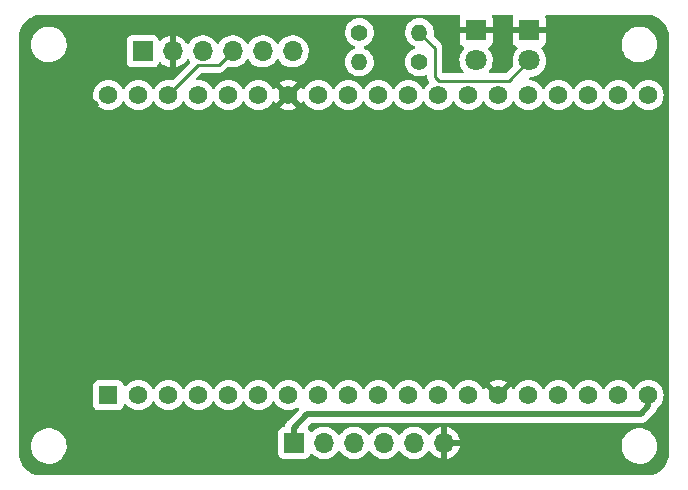
<source format=gbl>
G04 #@! TF.GenerationSoftware,KiCad,Pcbnew,6.0.6-3a73a75311~116~ubuntu20.04.1*
G04 #@! TF.CreationDate,2022-07-12T00:27:28+03:00*
G04 #@! TF.ProjectId,weather_station_village,77656174-6865-4725-9f73-746174696f6e,rev?*
G04 #@! TF.SameCoordinates,Original*
G04 #@! TF.FileFunction,Copper,L2,Bot*
G04 #@! TF.FilePolarity,Positive*
%FSLAX46Y46*%
G04 Gerber Fmt 4.6, Leading zero omitted, Abs format (unit mm)*
G04 Created by KiCad (PCBNEW 6.0.6-3a73a75311~116~ubuntu20.04.1) date 2022-07-12 00:27:28*
%MOMM*%
%LPD*%
G01*
G04 APERTURE LIST*
G04 #@! TA.AperFunction,ComponentPad*
%ADD10R,1.700000X1.700000*%
G04 #@! TD*
G04 #@! TA.AperFunction,ComponentPad*
%ADD11O,1.700000X1.700000*%
G04 #@! TD*
G04 #@! TA.AperFunction,ComponentPad*
%ADD12R,1.560000X1.560000*%
G04 #@! TD*
G04 #@! TA.AperFunction,ComponentPad*
%ADD13C,1.560000*%
G04 #@! TD*
G04 #@! TA.AperFunction,ComponentPad*
%ADD14C,1.400000*%
G04 #@! TD*
G04 #@! TA.AperFunction,ComponentPad*
%ADD15O,1.400000X1.400000*%
G04 #@! TD*
G04 #@! TA.AperFunction,ComponentPad*
%ADD16R,1.800000X1.800000*%
G04 #@! TD*
G04 #@! TA.AperFunction,ComponentPad*
%ADD17C,1.800000*%
G04 #@! TD*
G04 #@! TA.AperFunction,ViaPad*
%ADD18C,0.800000*%
G04 #@! TD*
G04 #@! TA.AperFunction,Conductor*
%ADD19C,0.250000*%
G04 #@! TD*
G04 #@! TA.AperFunction,Conductor*
%ADD20C,0.508000*%
G04 #@! TD*
G04 APERTURE END LIST*
D10*
X-8250000Y-16750000D03*
D11*
X-5710000Y-16750000D03*
X-3170000Y-16750000D03*
X-630000Y-16750000D03*
X1910000Y-16750000D03*
X4450000Y-16750000D03*
D12*
X-23960000Y-12700000D03*
D13*
X-21420000Y-12700000D03*
X-18880000Y-12700000D03*
X-16340000Y-12700000D03*
X-13800000Y-12700000D03*
X-11260000Y-12700000D03*
X-8720000Y-12700000D03*
X-6180000Y-12700000D03*
X-3640000Y-12700000D03*
X-1100000Y-12700000D03*
X1440000Y-12700000D03*
X3980000Y-12700000D03*
X6520000Y-12700000D03*
X9060000Y-12700000D03*
X11600000Y-12700000D03*
X14140000Y-12700000D03*
X16680000Y-12700000D03*
X19220000Y-12700000D03*
X21760000Y-12700000D03*
X-23960000Y12700000D03*
X-21420000Y12700000D03*
X-18880000Y12700000D03*
X-16340000Y12700000D03*
X-13800000Y12700000D03*
X-11260000Y12700000D03*
X-8720000Y12700000D03*
X-6180000Y12700000D03*
X-3640000Y12700000D03*
X-1100000Y12700000D03*
X1440000Y12700000D03*
X3980000Y12700000D03*
X6520000Y12700000D03*
X9060000Y12700000D03*
X11600000Y12700000D03*
X14140000Y12700000D03*
X16680000Y12700000D03*
X19220000Y12700000D03*
X21760000Y12700000D03*
D14*
X2380000Y15500000D03*
D15*
X-2700000Y15500000D03*
D16*
X11680000Y18175000D03*
D17*
X11680000Y15635000D03*
D10*
X-21050000Y16400000D03*
D11*
X-18510000Y16400000D03*
X-15970000Y16400000D03*
X-13430000Y16400000D03*
X-10890000Y16400000D03*
X-8350000Y16400000D03*
D14*
X-2700000Y18000000D03*
D15*
X2380000Y18000000D03*
D16*
X7180000Y18175000D03*
D17*
X7180000Y15635000D03*
D18*
X-30200000Y1900000D03*
X-17700000Y9400000D03*
X-2700000Y-3100000D03*
X-15200000Y18900000D03*
X-5200000Y18900000D03*
X-7700000Y-8100000D03*
X-30200000Y11900000D03*
X2300000Y-8100000D03*
X-20200000Y18900000D03*
X-30200000Y-8100000D03*
X-7700000Y1900000D03*
X-12700000Y-3100000D03*
X-10200000Y18900000D03*
X17300000Y-3100000D03*
X-22700000Y-18100000D03*
X-17700000Y-18100000D03*
X7300000Y6900000D03*
X-30200000Y6900000D03*
X17300000Y6900000D03*
X7300000Y-3100000D03*
X2300000Y1900000D03*
X-22700000Y-3100000D03*
X-30200000Y-3100000D03*
X12300000Y-18100000D03*
X22300000Y1900000D03*
X-30200000Y-13100000D03*
X-25700000Y18900000D03*
X15300000Y18900000D03*
X17300000Y-18100000D03*
X-12700000Y6900000D03*
X-2700000Y6900000D03*
X-25200000Y11900000D03*
X12300000Y-8100000D03*
X22300000Y-8100000D03*
X-22700000Y6900000D03*
X12300000Y1900000D03*
X-12700000Y-18100000D03*
X-17700000Y1900000D03*
X-17700000Y-8100000D03*
X2300000Y9400000D03*
X7300000Y-18100000D03*
X-7700000Y9400000D03*
X12300000Y9400000D03*
D19*
X9945000Y13900000D02*
X4050000Y13900000D01*
X11680000Y15635000D02*
X9945000Y13900000D01*
X4050000Y13900000D02*
X3680000Y14270000D01*
X3680000Y16700000D02*
X2380000Y18000000D01*
X3680000Y14270000D02*
X3680000Y16700000D01*
X-13430000Y16400000D02*
X-14605000Y15225000D01*
X-14605000Y15225000D02*
X-16355000Y15225000D01*
X-16355000Y15225000D02*
X-18880000Y12700000D01*
D20*
X21100000Y-14300000D02*
X-7100000Y-14300000D01*
X21760000Y-12700000D02*
X21760000Y-13640000D01*
X-8250000Y-15450000D02*
X-8250000Y-16750000D01*
X21760000Y-13640000D02*
X21100000Y-14300000D01*
X-7100000Y-14300000D02*
X-8250000Y-15450000D01*
G04 #@! TA.AperFunction,Conductor*
G36*
X5779895Y19471498D02*
G01*
X5826388Y19417842D01*
X5836492Y19347568D01*
X5829756Y19321270D01*
X5781522Y19192606D01*
X5777895Y19177351D01*
X5772369Y19126486D01*
X5772000Y19119672D01*
X5772000Y18447115D01*
X5776475Y18431876D01*
X5777865Y18430671D01*
X5785548Y18429000D01*
X8569884Y18429000D01*
X8585123Y18433475D01*
X8586328Y18434865D01*
X8587999Y18442548D01*
X8587999Y19119669D01*
X8587629Y19126490D01*
X8582105Y19177352D01*
X8578479Y19192604D01*
X8530244Y19321270D01*
X8525061Y19392077D01*
X8558982Y19454446D01*
X8621237Y19488576D01*
X8648226Y19491500D01*
X10211774Y19491500D01*
X10279895Y19471498D01*
X10326388Y19417842D01*
X10336492Y19347568D01*
X10329756Y19321270D01*
X10281522Y19192606D01*
X10277895Y19177351D01*
X10272369Y19126486D01*
X10272000Y19119672D01*
X10272000Y18447115D01*
X10276475Y18431876D01*
X10277865Y18430671D01*
X10285548Y18429000D01*
X13069884Y18429000D01*
X13085123Y18433475D01*
X13086328Y18434865D01*
X13087999Y18442548D01*
X13087999Y19119669D01*
X13087629Y19126490D01*
X13082105Y19177352D01*
X13078479Y19192604D01*
X13030244Y19321270D01*
X13025061Y19392077D01*
X13058982Y19454446D01*
X13121237Y19488576D01*
X13148226Y19491500D01*
X21927661Y19491500D01*
X21957545Y19487905D01*
X22101964Y19452646D01*
X22133314Y19444992D01*
X22148003Y19440439D01*
X22354168Y19362453D01*
X22356013Y19361755D01*
X22370042Y19355444D01*
X22385031Y19347568D01*
X22566919Y19251993D01*
X22580062Y19244028D01*
X22631694Y19208249D01*
X22762866Y19117351D01*
X22774951Y19107834D01*
X22940942Y18959836D01*
X22951779Y18948916D01*
X23098503Y18781785D01*
X23107928Y18769625D01*
X23233192Y18585854D01*
X23241053Y18572656D01*
X23342989Y18374985D01*
X23349188Y18360915D01*
X23426273Y18152300D01*
X23430714Y18137573D01*
X23442129Y18089209D01*
X23472824Y17959151D01*
X23476193Y17930209D01*
X23476193Y-17907365D01*
X23473001Y-17935546D01*
X23432611Y-18111564D01*
X23431167Y-18117855D01*
X23426819Y-18132605D01*
X23375382Y-18274511D01*
X23350383Y-18343478D01*
X23344274Y-18357580D01*
X23242701Y-18557583D01*
X23234924Y-18570824D01*
X23167332Y-18671321D01*
X23109743Y-18756945D01*
X23100395Y-18769160D01*
X23088800Y-18782535D01*
X22953475Y-18938626D01*
X22942706Y-18949614D01*
X22776227Y-19099912D01*
X22764200Y-19109505D01*
X22656839Y-19184892D01*
X22580640Y-19238397D01*
X22567537Y-19246450D01*
X22369630Y-19352016D01*
X22355654Y-19358407D01*
X22251007Y-19398736D01*
X22146368Y-19439062D01*
X22131702Y-19443708D01*
X21956183Y-19487717D01*
X21925539Y-19491500D01*
X-29928959Y-19491500D01*
X-29958373Y-19488019D01*
X-30050864Y-19465814D01*
X-30136562Y-19445240D01*
X-30151273Y-19440742D01*
X-30175773Y-19431582D01*
X-30360669Y-19362453D01*
X-30374711Y-19356200D01*
X-30573002Y-19252976D01*
X-30586184Y-19245056D01*
X-30770412Y-19118439D01*
X-30782535Y-19108968D01*
X-30949963Y-18960842D01*
X-30960842Y-18949963D01*
X-30961150Y-18949614D01*
X-31108968Y-18782535D01*
X-31118439Y-18770412D01*
X-31245056Y-18586184D01*
X-31252979Y-18572998D01*
X-31356200Y-18374711D01*
X-31362454Y-18360666D01*
X-31363602Y-18357594D01*
X-31440742Y-18151272D01*
X-31445240Y-18136561D01*
X-31447928Y-18125366D01*
X-31488019Y-17958371D01*
X-31491500Y-17928958D01*
X-31491500Y-17052817D01*
X-30512486Y-17052817D01*
X-30511905Y-17057837D01*
X-30511905Y-17057841D01*
X-30489461Y-17251811D01*
X-30484585Y-17293956D01*
X-30483209Y-17298820D01*
X-30483208Y-17298823D01*
X-30441226Y-17447183D01*
X-30418490Y-17527532D01*
X-30416356Y-17532108D01*
X-30416354Y-17532114D01*
X-30318038Y-17742954D01*
X-30315901Y-17747536D01*
X-30179456Y-17948307D01*
X-30012668Y-18124681D01*
X-30008642Y-18127759D01*
X-30008641Y-18127760D01*
X-29823846Y-18269047D01*
X-29823842Y-18269050D01*
X-29819826Y-18272120D01*
X-29605891Y-18386831D01*
X-29376369Y-18465862D01*
X-29277022Y-18483022D01*
X-29141074Y-18506504D01*
X-29141068Y-18506505D01*
X-29137164Y-18507179D01*
X-29133203Y-18507359D01*
X-29133202Y-18507359D01*
X-29109494Y-18508436D01*
X-29109475Y-18508436D01*
X-29108075Y-18508500D01*
X-28938999Y-18508500D01*
X-28936491Y-18508298D01*
X-28936486Y-18508298D01*
X-28763076Y-18494346D01*
X-28763071Y-18494345D01*
X-28758035Y-18493940D01*
X-28753127Y-18492734D01*
X-28753124Y-18492734D01*
X-28527208Y-18437244D01*
X-28522294Y-18436037D01*
X-28517642Y-18434062D01*
X-28517638Y-18434061D01*
X-28303502Y-18343165D01*
X-28298844Y-18341188D01*
X-28192963Y-18274511D01*
X-28097712Y-18214528D01*
X-28097709Y-18214526D01*
X-28093433Y-18211833D01*
X-27996864Y-18126697D01*
X-27915142Y-18054650D01*
X-27915139Y-18054647D01*
X-27911345Y-18051302D01*
X-27908134Y-18047393D01*
X-27760474Y-17867628D01*
X-27760472Y-17867625D01*
X-27757266Y-17863722D01*
X-27673636Y-17720032D01*
X-27637701Y-17658290D01*
X-27637700Y-17658288D01*
X-27635159Y-17653922D01*
X-27627316Y-17633489D01*
X-27549980Y-17432022D01*
X-27549979Y-17432018D01*
X-27548167Y-17427298D01*
X-27541968Y-17397625D01*
X-27499560Y-17194631D01*
X-27499560Y-17194627D01*
X-27498526Y-17189680D01*
X-27487514Y-16947183D01*
X-27502765Y-16815373D01*
X-27514833Y-16711071D01*
X-27514834Y-16711067D01*
X-27515415Y-16706044D01*
X-27554483Y-16567978D01*
X-27580134Y-16477331D01*
X-27581510Y-16472468D01*
X-27583644Y-16467892D01*
X-27583646Y-16467886D01*
X-27681962Y-16257046D01*
X-27681964Y-16257042D01*
X-27684099Y-16252464D01*
X-27820544Y-16051693D01*
X-27987332Y-15875319D01*
X-28018007Y-15851866D01*
X-28176154Y-15730953D01*
X-28176158Y-15730950D01*
X-28180174Y-15727880D01*
X-28303593Y-15661703D01*
X-28389648Y-15615561D01*
X-28394109Y-15613169D01*
X-28623631Y-15534138D01*
X-28722978Y-15516978D01*
X-28858926Y-15493496D01*
X-28858932Y-15493495D01*
X-28862836Y-15492821D01*
X-28866797Y-15492641D01*
X-28866798Y-15492641D01*
X-28890506Y-15491564D01*
X-28890525Y-15491564D01*
X-28891925Y-15491500D01*
X-29061001Y-15491500D01*
X-29063509Y-15491702D01*
X-29063514Y-15491702D01*
X-29236924Y-15505654D01*
X-29236929Y-15505655D01*
X-29241965Y-15506060D01*
X-29246873Y-15507266D01*
X-29246876Y-15507266D01*
X-29362993Y-15535787D01*
X-29477706Y-15563963D01*
X-29482358Y-15565938D01*
X-29482362Y-15565939D01*
X-29599263Y-15615561D01*
X-29701156Y-15658812D01*
X-29777646Y-15706981D01*
X-29902288Y-15785472D01*
X-29902291Y-15785474D01*
X-29906567Y-15788167D01*
X-29910361Y-15791512D01*
X-30084858Y-15945350D01*
X-30084861Y-15945353D01*
X-30088655Y-15948698D01*
X-30091865Y-15952606D01*
X-30091866Y-15952607D01*
X-30215602Y-16103247D01*
X-30242734Y-16136278D01*
X-30245276Y-16140646D01*
X-30347262Y-16315875D01*
X-30364841Y-16346078D01*
X-30366654Y-16350801D01*
X-30434428Y-16527361D01*
X-30451833Y-16572702D01*
X-30452867Y-16577652D01*
X-30452868Y-16577655D01*
X-30488872Y-16750000D01*
X-30501474Y-16810320D01*
X-30512486Y-17052817D01*
X-31491500Y-17052817D01*
X-31491500Y-13528134D01*
X-25248500Y-13528134D01*
X-25241745Y-13590316D01*
X-25190615Y-13726705D01*
X-25103261Y-13843261D01*
X-24986705Y-13930615D01*
X-24850316Y-13981745D01*
X-24788134Y-13988500D01*
X-23131866Y-13988500D01*
X-23069684Y-13981745D01*
X-22933295Y-13930615D01*
X-22816739Y-13843261D01*
X-22729385Y-13726705D01*
X-22678255Y-13590316D01*
X-22672998Y-13541925D01*
X-22645756Y-13476363D01*
X-22587393Y-13435937D01*
X-22516439Y-13433482D01*
X-22455421Y-13469777D01*
X-22444526Y-13483257D01*
X-22410819Y-13531396D01*
X-22251396Y-13690819D01*
X-22066711Y-13820136D01*
X-22061733Y-13822457D01*
X-22061730Y-13822459D01*
X-21867358Y-13913096D01*
X-21862376Y-13915419D01*
X-21857068Y-13916841D01*
X-21857066Y-13916842D01*
X-21649915Y-13972348D01*
X-21649913Y-13972348D01*
X-21644600Y-13973772D01*
X-21420000Y-13993422D01*
X-21195400Y-13973772D01*
X-21190087Y-13972348D01*
X-21190085Y-13972348D01*
X-20982934Y-13916842D01*
X-20982932Y-13916841D01*
X-20977624Y-13915419D01*
X-20972642Y-13913096D01*
X-20778270Y-13822459D01*
X-20778267Y-13822457D01*
X-20773289Y-13820136D01*
X-20588604Y-13690819D01*
X-20429181Y-13531396D01*
X-20299864Y-13346711D01*
X-20264195Y-13270219D01*
X-20217277Y-13216934D01*
X-20149000Y-13197473D01*
X-20081040Y-13218015D01*
X-20035805Y-13270219D01*
X-20000136Y-13346711D01*
X-19870819Y-13531396D01*
X-19711396Y-13690819D01*
X-19526711Y-13820136D01*
X-19521733Y-13822457D01*
X-19521730Y-13822459D01*
X-19327358Y-13913096D01*
X-19322376Y-13915419D01*
X-19317068Y-13916841D01*
X-19317066Y-13916842D01*
X-19109915Y-13972348D01*
X-19109913Y-13972348D01*
X-19104600Y-13973772D01*
X-18880000Y-13993422D01*
X-18655400Y-13973772D01*
X-18650087Y-13972348D01*
X-18650085Y-13972348D01*
X-18442934Y-13916842D01*
X-18442932Y-13916841D01*
X-18437624Y-13915419D01*
X-18432642Y-13913096D01*
X-18238270Y-13822459D01*
X-18238267Y-13822457D01*
X-18233289Y-13820136D01*
X-18048604Y-13690819D01*
X-17889181Y-13531396D01*
X-17759864Y-13346711D01*
X-17724195Y-13270219D01*
X-17677277Y-13216934D01*
X-17609000Y-13197473D01*
X-17541040Y-13218015D01*
X-17495805Y-13270219D01*
X-17460136Y-13346711D01*
X-17330819Y-13531396D01*
X-17171396Y-13690819D01*
X-16986711Y-13820136D01*
X-16981733Y-13822457D01*
X-16981730Y-13822459D01*
X-16787358Y-13913096D01*
X-16782376Y-13915419D01*
X-16777068Y-13916841D01*
X-16777066Y-13916842D01*
X-16569915Y-13972348D01*
X-16569913Y-13972348D01*
X-16564600Y-13973772D01*
X-16340000Y-13993422D01*
X-16115400Y-13973772D01*
X-16110087Y-13972348D01*
X-16110085Y-13972348D01*
X-15902934Y-13916842D01*
X-15902932Y-13916841D01*
X-15897624Y-13915419D01*
X-15892642Y-13913096D01*
X-15698270Y-13822459D01*
X-15698267Y-13822457D01*
X-15693289Y-13820136D01*
X-15508604Y-13690819D01*
X-15349181Y-13531396D01*
X-15219864Y-13346711D01*
X-15184195Y-13270219D01*
X-15137277Y-13216934D01*
X-15069000Y-13197473D01*
X-15001040Y-13218015D01*
X-14955805Y-13270219D01*
X-14920136Y-13346711D01*
X-14790819Y-13531396D01*
X-14631396Y-13690819D01*
X-14446711Y-13820136D01*
X-14441733Y-13822457D01*
X-14441730Y-13822459D01*
X-14247358Y-13913096D01*
X-14242376Y-13915419D01*
X-14237068Y-13916841D01*
X-14237066Y-13916842D01*
X-14029915Y-13972348D01*
X-14029913Y-13972348D01*
X-14024600Y-13973772D01*
X-13800000Y-13993422D01*
X-13575400Y-13973772D01*
X-13570087Y-13972348D01*
X-13570085Y-13972348D01*
X-13362934Y-13916842D01*
X-13362932Y-13916841D01*
X-13357624Y-13915419D01*
X-13352642Y-13913096D01*
X-13158270Y-13822459D01*
X-13158267Y-13822457D01*
X-13153289Y-13820136D01*
X-12968604Y-13690819D01*
X-12809181Y-13531396D01*
X-12679864Y-13346711D01*
X-12644195Y-13270219D01*
X-12597277Y-13216934D01*
X-12529000Y-13197473D01*
X-12461040Y-13218015D01*
X-12415805Y-13270219D01*
X-12380136Y-13346711D01*
X-12250819Y-13531396D01*
X-12091396Y-13690819D01*
X-11906711Y-13820136D01*
X-11901733Y-13822457D01*
X-11901730Y-13822459D01*
X-11707358Y-13913096D01*
X-11702376Y-13915419D01*
X-11697068Y-13916841D01*
X-11697066Y-13916842D01*
X-11489915Y-13972348D01*
X-11489913Y-13972348D01*
X-11484600Y-13973772D01*
X-11260000Y-13993422D01*
X-11035400Y-13973772D01*
X-11030087Y-13972348D01*
X-11030085Y-13972348D01*
X-10822934Y-13916842D01*
X-10822932Y-13916841D01*
X-10817624Y-13915419D01*
X-10812642Y-13913096D01*
X-10618270Y-13822459D01*
X-10618267Y-13822457D01*
X-10613289Y-13820136D01*
X-10428604Y-13690819D01*
X-10269181Y-13531396D01*
X-10139864Y-13346711D01*
X-10104195Y-13270219D01*
X-10057277Y-13216934D01*
X-9989000Y-13197473D01*
X-9921040Y-13218015D01*
X-9875805Y-13270219D01*
X-9840136Y-13346711D01*
X-9710819Y-13531396D01*
X-9551396Y-13690819D01*
X-9366711Y-13820136D01*
X-9361733Y-13822457D01*
X-9361730Y-13822459D01*
X-9167358Y-13913096D01*
X-9162376Y-13915419D01*
X-9157068Y-13916841D01*
X-9157066Y-13916842D01*
X-8949915Y-13972348D01*
X-8949913Y-13972348D01*
X-8944600Y-13973772D01*
X-8720000Y-13993422D01*
X-8495400Y-13973772D01*
X-8490087Y-13972348D01*
X-8490085Y-13972348D01*
X-8282934Y-13916842D01*
X-8282932Y-13916841D01*
X-8277624Y-13915419D01*
X-8272642Y-13913096D01*
X-8078270Y-13822459D01*
X-8078267Y-13822457D01*
X-8073289Y-13820136D01*
X-8002768Y-13770757D01*
X-7935494Y-13748069D01*
X-7866634Y-13765354D01*
X-7818050Y-13817124D01*
X-7805168Y-13886942D01*
X-7832077Y-13952642D01*
X-7841403Y-13963065D01*
X-8741528Y-14863190D01*
X-8755941Y-14875577D01*
X-8773564Y-14888546D01*
X-8778308Y-14894129D01*
X-8778307Y-14894129D01*
X-8807979Y-14929055D01*
X-8814909Y-14936571D01*
X-8820653Y-14942315D01*
X-8822927Y-14945189D01*
X-8822933Y-14945196D01*
X-8838372Y-14964711D01*
X-8841163Y-14968115D01*
X-8883945Y-15018472D01*
X-8883948Y-15018476D01*
X-8888684Y-15024051D01*
X-8892012Y-15030568D01*
X-8895389Y-15035632D01*
X-8898616Y-15040856D01*
X-8903160Y-15046600D01*
X-8906259Y-15053231D01*
X-8934232Y-15113082D01*
X-8936163Y-15117033D01*
X-8969543Y-15182404D01*
X-8971284Y-15189519D01*
X-8973421Y-15195265D01*
X-8975345Y-15201048D01*
X-8978444Y-15207679D01*
X-8979934Y-15214843D01*
X-8993392Y-15279547D01*
X-8994357Y-15283811D01*
X-8997204Y-15295448D01*
X-9032823Y-15356861D01*
X-9095991Y-15389270D01*
X-9119593Y-15391500D01*
X-9148134Y-15391500D01*
X-9210316Y-15398255D01*
X-9346705Y-15449385D01*
X-9463261Y-15536739D01*
X-9550615Y-15653295D01*
X-9601745Y-15789684D01*
X-9608500Y-15851866D01*
X-9608500Y-17648134D01*
X-9601745Y-17710316D01*
X-9550615Y-17846705D01*
X-9463261Y-17963261D01*
X-9346705Y-18050615D01*
X-9210316Y-18101745D01*
X-9148134Y-18108500D01*
X-7351866Y-18108500D01*
X-7289684Y-18101745D01*
X-7153295Y-18050615D01*
X-7036739Y-17963261D01*
X-6949385Y-17846705D01*
X-6927201Y-17787529D01*
X-6905402Y-17729382D01*
X-6862760Y-17672618D01*
X-6796198Y-17647918D01*
X-6726850Y-17663126D01*
X-6692183Y-17691114D01*
X-6663750Y-17723938D01*
X-6491874Y-17866632D01*
X-6299000Y-17979338D01*
X-6090308Y-18059030D01*
X-6085240Y-18060061D01*
X-6085237Y-18060062D01*
X-6002868Y-18076820D01*
X-5871403Y-18103567D01*
X-5866228Y-18103757D01*
X-5866226Y-18103757D01*
X-5653327Y-18111564D01*
X-5653323Y-18111564D01*
X-5648163Y-18111753D01*
X-5643043Y-18111097D01*
X-5643041Y-18111097D01*
X-5431712Y-18084025D01*
X-5431711Y-18084025D01*
X-5426584Y-18083368D01*
X-5421634Y-18081883D01*
X-5217571Y-18020661D01*
X-5217566Y-18020659D01*
X-5212616Y-18019174D01*
X-5012006Y-17920896D01*
X-4830140Y-17791173D01*
X-4671904Y-17633489D01*
X-4541547Y-17452077D01*
X-4540224Y-17453028D01*
X-4493355Y-17409857D01*
X-4423420Y-17397625D01*
X-4357974Y-17425144D01*
X-4330125Y-17456994D01*
X-4270013Y-17555088D01*
X-4123750Y-17723938D01*
X-3951874Y-17866632D01*
X-3759000Y-17979338D01*
X-3550308Y-18059030D01*
X-3545240Y-18060061D01*
X-3545237Y-18060062D01*
X-3462868Y-18076820D01*
X-3331403Y-18103567D01*
X-3326228Y-18103757D01*
X-3326226Y-18103757D01*
X-3113327Y-18111564D01*
X-3113323Y-18111564D01*
X-3108163Y-18111753D01*
X-3103043Y-18111097D01*
X-3103041Y-18111097D01*
X-2891712Y-18084025D01*
X-2891711Y-18084025D01*
X-2886584Y-18083368D01*
X-2881634Y-18081883D01*
X-2677571Y-18020661D01*
X-2677566Y-18020659D01*
X-2672616Y-18019174D01*
X-2472006Y-17920896D01*
X-2290140Y-17791173D01*
X-2131904Y-17633489D01*
X-2001547Y-17452077D01*
X-2000224Y-17453028D01*
X-1953355Y-17409857D01*
X-1883420Y-17397625D01*
X-1817974Y-17425144D01*
X-1790125Y-17456994D01*
X-1730013Y-17555088D01*
X-1583750Y-17723938D01*
X-1411874Y-17866632D01*
X-1219000Y-17979338D01*
X-1010308Y-18059030D01*
X-1005240Y-18060061D01*
X-1005237Y-18060062D01*
X-922868Y-18076820D01*
X-791403Y-18103567D01*
X-786228Y-18103757D01*
X-786226Y-18103757D01*
X-573327Y-18111564D01*
X-573323Y-18111564D01*
X-568163Y-18111753D01*
X-563043Y-18111097D01*
X-563041Y-18111097D01*
X-351712Y-18084025D01*
X-351711Y-18084025D01*
X-346584Y-18083368D01*
X-341634Y-18081883D01*
X-137571Y-18020661D01*
X-137566Y-18020659D01*
X-132616Y-18019174D01*
X67994Y-17920896D01*
X249860Y-17791173D01*
X408096Y-17633489D01*
X538453Y-17452077D01*
X539776Y-17453028D01*
X586645Y-17409857D01*
X656580Y-17397625D01*
X722026Y-17425144D01*
X749875Y-17456994D01*
X809987Y-17555088D01*
X956250Y-17723938D01*
X1128126Y-17866632D01*
X1321000Y-17979338D01*
X1529692Y-18059030D01*
X1534760Y-18060061D01*
X1534763Y-18060062D01*
X1617132Y-18076820D01*
X1748597Y-18103567D01*
X1753772Y-18103757D01*
X1753774Y-18103757D01*
X1966673Y-18111564D01*
X1966677Y-18111564D01*
X1971837Y-18111753D01*
X1976957Y-18111097D01*
X1976959Y-18111097D01*
X2188288Y-18084025D01*
X2188289Y-18084025D01*
X2193416Y-18083368D01*
X2198366Y-18081883D01*
X2402429Y-18020661D01*
X2402434Y-18020659D01*
X2407384Y-18019174D01*
X2607994Y-17920896D01*
X2789860Y-17791173D01*
X2948096Y-17633489D01*
X3078453Y-17452077D01*
X3079640Y-17452930D01*
X3126960Y-17409362D01*
X3196897Y-17397145D01*
X3262338Y-17424678D01*
X3290166Y-17456511D01*
X3347694Y-17550388D01*
X3353777Y-17558699D01*
X3493213Y-17719667D01*
X3500580Y-17726883D01*
X3664434Y-17862916D01*
X3672881Y-17868831D01*
X3856756Y-17976279D01*
X3866042Y-17980729D01*
X4065001Y-18056703D01*
X4074899Y-18059579D01*
X4178250Y-18080606D01*
X4192299Y-18079410D01*
X4196000Y-18069065D01*
X4196000Y-18068517D01*
X4704000Y-18068517D01*
X4708064Y-18082359D01*
X4721478Y-18084393D01*
X4728184Y-18083534D01*
X4738262Y-18081392D01*
X4942255Y-18020191D01*
X4951842Y-18016433D01*
X5143095Y-17922739D01*
X5151945Y-17917464D01*
X5325328Y-17793792D01*
X5333200Y-17787139D01*
X5484052Y-17636812D01*
X5490730Y-17628965D01*
X5615003Y-17456020D01*
X5620313Y-17447183D01*
X5714670Y-17256267D01*
X5718469Y-17246672D01*
X5777367Y-17052817D01*
X19487514Y-17052817D01*
X19488095Y-17057837D01*
X19488095Y-17057841D01*
X19510539Y-17251811D01*
X19515415Y-17293956D01*
X19516791Y-17298820D01*
X19516792Y-17298823D01*
X19558774Y-17447183D01*
X19581510Y-17527532D01*
X19583644Y-17532108D01*
X19583646Y-17532114D01*
X19681962Y-17742954D01*
X19684099Y-17747536D01*
X19820544Y-17948307D01*
X19987332Y-18124681D01*
X19991358Y-18127759D01*
X19991359Y-18127760D01*
X20176154Y-18269047D01*
X20176158Y-18269050D01*
X20180174Y-18272120D01*
X20394109Y-18386831D01*
X20623631Y-18465862D01*
X20722978Y-18483022D01*
X20858926Y-18506504D01*
X20858932Y-18506505D01*
X20862836Y-18507179D01*
X20866797Y-18507359D01*
X20866798Y-18507359D01*
X20890506Y-18508436D01*
X20890525Y-18508436D01*
X20891925Y-18508500D01*
X21061001Y-18508500D01*
X21063509Y-18508298D01*
X21063514Y-18508298D01*
X21236924Y-18494346D01*
X21236929Y-18494345D01*
X21241965Y-18493940D01*
X21246873Y-18492734D01*
X21246876Y-18492734D01*
X21472792Y-18437244D01*
X21477706Y-18436037D01*
X21482358Y-18434062D01*
X21482362Y-18434061D01*
X21696498Y-18343165D01*
X21701156Y-18341188D01*
X21807037Y-18274511D01*
X21902288Y-18214528D01*
X21902291Y-18214526D01*
X21906567Y-18211833D01*
X22003136Y-18126697D01*
X22084858Y-18054650D01*
X22084861Y-18054647D01*
X22088655Y-18051302D01*
X22091866Y-18047393D01*
X22239526Y-17867628D01*
X22239528Y-17867625D01*
X22242734Y-17863722D01*
X22326364Y-17720032D01*
X22362299Y-17658290D01*
X22362300Y-17658288D01*
X22364841Y-17653922D01*
X22372684Y-17633489D01*
X22450020Y-17432022D01*
X22450021Y-17432018D01*
X22451833Y-17427298D01*
X22458032Y-17397625D01*
X22500440Y-17194631D01*
X22500440Y-17194627D01*
X22501474Y-17189680D01*
X22512486Y-16947183D01*
X22497235Y-16815373D01*
X22485167Y-16711071D01*
X22485166Y-16711067D01*
X22484585Y-16706044D01*
X22445517Y-16567978D01*
X22419866Y-16477331D01*
X22418490Y-16472468D01*
X22416356Y-16467892D01*
X22416354Y-16467886D01*
X22318038Y-16257046D01*
X22318036Y-16257042D01*
X22315901Y-16252464D01*
X22179456Y-16051693D01*
X22012668Y-15875319D01*
X21981993Y-15851866D01*
X21823846Y-15730953D01*
X21823842Y-15730950D01*
X21819826Y-15727880D01*
X21696407Y-15661703D01*
X21610352Y-15615561D01*
X21605891Y-15613169D01*
X21376369Y-15534138D01*
X21277022Y-15516978D01*
X21141074Y-15493496D01*
X21141068Y-15493495D01*
X21137164Y-15492821D01*
X21133203Y-15492641D01*
X21133202Y-15492641D01*
X21109494Y-15491564D01*
X21109475Y-15491564D01*
X21108075Y-15491500D01*
X20938999Y-15491500D01*
X20936491Y-15491702D01*
X20936486Y-15491702D01*
X20763076Y-15505654D01*
X20763071Y-15505655D01*
X20758035Y-15506060D01*
X20753127Y-15507266D01*
X20753124Y-15507266D01*
X20637007Y-15535787D01*
X20522294Y-15563963D01*
X20517642Y-15565938D01*
X20517638Y-15565939D01*
X20400737Y-15615561D01*
X20298844Y-15658812D01*
X20222354Y-15706981D01*
X20097712Y-15785472D01*
X20097709Y-15785474D01*
X20093433Y-15788167D01*
X20089639Y-15791512D01*
X19915142Y-15945350D01*
X19915139Y-15945353D01*
X19911345Y-15948698D01*
X19908135Y-15952606D01*
X19908134Y-15952607D01*
X19784398Y-16103247D01*
X19757266Y-16136278D01*
X19754724Y-16140646D01*
X19652738Y-16315875D01*
X19635159Y-16346078D01*
X19633346Y-16350801D01*
X19565572Y-16527361D01*
X19548167Y-16572702D01*
X19547133Y-16577652D01*
X19547132Y-16577655D01*
X19511128Y-16750000D01*
X19498526Y-16810320D01*
X19487514Y-17052817D01*
X5777367Y-17052817D01*
X5780377Y-17042910D01*
X5782555Y-17032837D01*
X5783986Y-17021962D01*
X5781775Y-17007778D01*
X5768617Y-17004000D01*
X4722115Y-17004000D01*
X4706876Y-17008475D01*
X4705671Y-17009865D01*
X4704000Y-17017548D01*
X4704000Y-18068517D01*
X4196000Y-18068517D01*
X4196000Y-16477885D01*
X4704000Y-16477885D01*
X4708475Y-16493124D01*
X4709865Y-16494329D01*
X4717548Y-16496000D01*
X5768344Y-16496000D01*
X5781875Y-16492027D01*
X5783180Y-16482947D01*
X5741214Y-16315875D01*
X5737894Y-16306124D01*
X5652972Y-16110814D01*
X5648105Y-16101739D01*
X5532426Y-15922926D01*
X5526136Y-15914757D01*
X5382806Y-15757240D01*
X5375273Y-15750215D01*
X5208139Y-15618222D01*
X5199552Y-15612517D01*
X5013117Y-15509599D01*
X5003705Y-15505369D01*
X4802959Y-15434280D01*
X4792988Y-15431646D01*
X4721837Y-15418972D01*
X4708540Y-15420432D01*
X4704000Y-15434989D01*
X4704000Y-16477885D01*
X4196000Y-16477885D01*
X4196000Y-15433102D01*
X4192082Y-15419758D01*
X4177806Y-15417771D01*
X4139324Y-15423660D01*
X4129288Y-15426051D01*
X3926868Y-15492212D01*
X3917359Y-15496209D01*
X3728463Y-15594542D01*
X3719738Y-15600036D01*
X3549433Y-15727905D01*
X3541726Y-15734748D01*
X3394590Y-15888717D01*
X3388109Y-15896722D01*
X3283498Y-16050074D01*
X3228587Y-16095076D01*
X3158062Y-16103247D01*
X3094315Y-16071993D01*
X3073618Y-16047509D01*
X2992822Y-15922617D01*
X2992820Y-15922614D01*
X2990014Y-15918277D01*
X2839670Y-15753051D01*
X2835619Y-15749852D01*
X2835615Y-15749848D01*
X2668414Y-15617800D01*
X2668410Y-15617798D01*
X2664359Y-15614598D01*
X2628028Y-15594542D01*
X2570447Y-15562756D01*
X2468789Y-15506638D01*
X2463920Y-15504914D01*
X2463916Y-15504912D01*
X2263087Y-15433795D01*
X2263083Y-15433794D01*
X2258212Y-15432069D01*
X2253119Y-15431162D01*
X2253116Y-15431161D01*
X2043373Y-15393800D01*
X2043367Y-15393799D01*
X2038284Y-15392894D01*
X1964452Y-15391992D01*
X1820081Y-15390228D01*
X1820079Y-15390228D01*
X1814911Y-15390165D01*
X1594091Y-15423955D01*
X1381756Y-15493357D01*
X1183607Y-15596507D01*
X1179474Y-15599610D01*
X1179471Y-15599612D01*
X1009100Y-15727530D01*
X1004965Y-15730635D01*
X949986Y-15788167D01*
X866702Y-15875319D01*
X850629Y-15892138D01*
X743201Y-16049621D01*
X688293Y-16094621D01*
X617768Y-16102792D01*
X554021Y-16071538D01*
X533324Y-16047054D01*
X452822Y-15922617D01*
X452820Y-15922614D01*
X450014Y-15918277D01*
X299670Y-15753051D01*
X295619Y-15749852D01*
X295615Y-15749848D01*
X128414Y-15617800D01*
X128410Y-15617798D01*
X124359Y-15614598D01*
X88028Y-15594542D01*
X30447Y-15562756D01*
X-71211Y-15506638D01*
X-76080Y-15504914D01*
X-76084Y-15504912D01*
X-276913Y-15433795D01*
X-276917Y-15433794D01*
X-281788Y-15432069D01*
X-286881Y-15431162D01*
X-286884Y-15431161D01*
X-496627Y-15393800D01*
X-496633Y-15393799D01*
X-501716Y-15392894D01*
X-575548Y-15391992D01*
X-719919Y-15390228D01*
X-719921Y-15390228D01*
X-725089Y-15390165D01*
X-945909Y-15423955D01*
X-1158244Y-15493357D01*
X-1356393Y-15596507D01*
X-1360526Y-15599610D01*
X-1360529Y-15599612D01*
X-1530900Y-15727530D01*
X-1535035Y-15730635D01*
X-1590014Y-15788167D01*
X-1673298Y-15875319D01*
X-1689371Y-15892138D01*
X-1796799Y-16049621D01*
X-1851707Y-16094621D01*
X-1922232Y-16102792D01*
X-1985979Y-16071538D01*
X-2006676Y-16047054D01*
X-2087178Y-15922617D01*
X-2087180Y-15922614D01*
X-2089986Y-15918277D01*
X-2240330Y-15753051D01*
X-2244381Y-15749852D01*
X-2244385Y-15749848D01*
X-2411586Y-15617800D01*
X-2411590Y-15617798D01*
X-2415641Y-15614598D01*
X-2451972Y-15594542D01*
X-2509553Y-15562756D01*
X-2611211Y-15506638D01*
X-2616080Y-15504914D01*
X-2616084Y-15504912D01*
X-2816913Y-15433795D01*
X-2816917Y-15433794D01*
X-2821788Y-15432069D01*
X-2826881Y-15431162D01*
X-2826884Y-15431161D01*
X-3036627Y-15393800D01*
X-3036633Y-15393799D01*
X-3041716Y-15392894D01*
X-3115548Y-15391992D01*
X-3259919Y-15390228D01*
X-3259921Y-15390228D01*
X-3265089Y-15390165D01*
X-3485909Y-15423955D01*
X-3698244Y-15493357D01*
X-3896393Y-15596507D01*
X-3900526Y-15599610D01*
X-3900529Y-15599612D01*
X-4070900Y-15727530D01*
X-4075035Y-15730635D01*
X-4130014Y-15788167D01*
X-4213298Y-15875319D01*
X-4229371Y-15892138D01*
X-4336799Y-16049621D01*
X-4391707Y-16094621D01*
X-4462232Y-16102792D01*
X-4525979Y-16071538D01*
X-4546676Y-16047054D01*
X-4627178Y-15922617D01*
X-4627180Y-15922614D01*
X-4629986Y-15918277D01*
X-4780330Y-15753051D01*
X-4784381Y-15749852D01*
X-4784385Y-15749848D01*
X-4951586Y-15617800D01*
X-4951590Y-15617798D01*
X-4955641Y-15614598D01*
X-4991972Y-15594542D01*
X-5049553Y-15562756D01*
X-5151211Y-15506638D01*
X-5156080Y-15504914D01*
X-5156084Y-15504912D01*
X-5356913Y-15433795D01*
X-5356917Y-15433794D01*
X-5361788Y-15432069D01*
X-5366881Y-15431162D01*
X-5366884Y-15431161D01*
X-5576627Y-15393800D01*
X-5576633Y-15393799D01*
X-5581716Y-15392894D01*
X-5655548Y-15391992D01*
X-5799919Y-15390228D01*
X-5799921Y-15390228D01*
X-5805089Y-15390165D01*
X-6025909Y-15423955D01*
X-6238244Y-15493357D01*
X-6436393Y-15596507D01*
X-6440526Y-15599610D01*
X-6440529Y-15599612D01*
X-6610900Y-15727530D01*
X-6615035Y-15730635D01*
X-6671463Y-15789684D01*
X-6695717Y-15815064D01*
X-6757241Y-15850494D01*
X-6828154Y-15847037D01*
X-6885940Y-15805791D01*
X-6904793Y-15772243D01*
X-6946233Y-15661703D01*
X-6949385Y-15653295D01*
X-7036739Y-15536739D01*
X-7047146Y-15528939D01*
X-7049543Y-15525734D01*
X-7050269Y-15525008D01*
X-7050164Y-15524903D01*
X-7089662Y-15472085D01*
X-7094691Y-15401267D01*
X-7060679Y-15339017D01*
X-6821067Y-15099405D01*
X-6758755Y-15065379D01*
X-6731972Y-15062500D01*
X21032624Y-15062500D01*
X21051574Y-15063933D01*
X21065973Y-15066124D01*
X21065979Y-15066124D01*
X21073208Y-15067224D01*
X21080500Y-15066631D01*
X21080503Y-15066631D01*
X21126183Y-15062915D01*
X21136398Y-15062500D01*
X21144525Y-15062500D01*
X21148161Y-15062076D01*
X21148163Y-15062076D01*
X21151615Y-15061673D01*
X21172924Y-15059189D01*
X21177244Y-15058762D01*
X21250426Y-15052809D01*
X21257388Y-15050553D01*
X21263376Y-15049357D01*
X21269333Y-15047949D01*
X21276607Y-15047101D01*
X21283489Y-15044603D01*
X21283493Y-15044602D01*
X21345607Y-15022055D01*
X21349711Y-15020645D01*
X21419575Y-14998013D01*
X21425838Y-14994213D01*
X21431380Y-14991675D01*
X21436856Y-14988933D01*
X21443741Y-14986434D01*
X21505132Y-14946185D01*
X21508800Y-14943870D01*
X21571581Y-14905773D01*
X21575786Y-14902059D01*
X21575789Y-14902057D01*
X21580005Y-14898333D01*
X21580031Y-14898362D01*
X21582962Y-14895762D01*
X21586316Y-14892958D01*
X21592435Y-14888946D01*
X21645989Y-14832413D01*
X21648366Y-14829972D01*
X22251528Y-14226810D01*
X22265941Y-14214423D01*
X22277665Y-14205795D01*
X22283564Y-14201454D01*
X22317979Y-14160945D01*
X22324909Y-14153429D01*
X22330653Y-14147685D01*
X22332927Y-14144811D01*
X22332933Y-14144804D01*
X22348372Y-14125289D01*
X22351163Y-14121885D01*
X22393945Y-14071528D01*
X22393948Y-14071524D01*
X22398684Y-14065949D01*
X22402012Y-14059432D01*
X22405389Y-14054368D01*
X22408616Y-14049144D01*
X22413160Y-14043400D01*
X22444232Y-13976918D01*
X22446163Y-13972967D01*
X22476213Y-13914117D01*
X22479543Y-13907596D01*
X22481284Y-13900481D01*
X22483421Y-13894735D01*
X22485345Y-13888952D01*
X22488444Y-13882321D01*
X22503394Y-13810443D01*
X22504363Y-13806163D01*
X22509156Y-13786575D01*
X22544775Y-13725161D01*
X22559265Y-13713317D01*
X22591396Y-13690819D01*
X22750819Y-13531396D01*
X22880136Y-13346711D01*
X22975419Y-13142376D01*
X23033772Y-12924600D01*
X23053422Y-12700000D01*
X23033772Y-12475400D01*
X23011500Y-12392280D01*
X22976842Y-12262934D01*
X22976841Y-12262932D01*
X22975419Y-12257624D01*
X22940652Y-12183066D01*
X22882459Y-12058270D01*
X22882457Y-12058267D01*
X22880136Y-12053289D01*
X22750819Y-11868604D01*
X22591396Y-11709181D01*
X22406711Y-11579864D01*
X22401733Y-11577543D01*
X22401730Y-11577541D01*
X22207358Y-11486904D01*
X22207357Y-11486903D01*
X22202376Y-11484581D01*
X22197068Y-11483159D01*
X22197066Y-11483158D01*
X21989915Y-11427652D01*
X21989913Y-11427652D01*
X21984600Y-11426228D01*
X21760000Y-11406578D01*
X21535400Y-11426228D01*
X21530087Y-11427652D01*
X21530085Y-11427652D01*
X21322934Y-11483158D01*
X21322932Y-11483159D01*
X21317624Y-11484581D01*
X21312643Y-11486903D01*
X21312642Y-11486904D01*
X21118270Y-11577541D01*
X21118267Y-11577543D01*
X21113289Y-11579864D01*
X20928604Y-11709181D01*
X20769181Y-11868604D01*
X20639864Y-12053289D01*
X20637543Y-12058267D01*
X20637541Y-12058270D01*
X20604195Y-12129781D01*
X20557277Y-12183066D01*
X20489000Y-12202527D01*
X20421040Y-12181985D01*
X20375805Y-12129781D01*
X20342459Y-12058270D01*
X20342457Y-12058267D01*
X20340136Y-12053289D01*
X20210819Y-11868604D01*
X20051396Y-11709181D01*
X19866711Y-11579864D01*
X19861733Y-11577543D01*
X19861730Y-11577541D01*
X19667358Y-11486904D01*
X19667357Y-11486903D01*
X19662376Y-11484581D01*
X19657068Y-11483159D01*
X19657066Y-11483158D01*
X19449915Y-11427652D01*
X19449913Y-11427652D01*
X19444600Y-11426228D01*
X19220000Y-11406578D01*
X18995400Y-11426228D01*
X18990087Y-11427652D01*
X18990085Y-11427652D01*
X18782934Y-11483158D01*
X18782932Y-11483159D01*
X18777624Y-11484581D01*
X18772643Y-11486903D01*
X18772642Y-11486904D01*
X18578270Y-11577541D01*
X18578267Y-11577543D01*
X18573289Y-11579864D01*
X18388604Y-11709181D01*
X18229181Y-11868604D01*
X18099864Y-12053289D01*
X18097543Y-12058267D01*
X18097541Y-12058270D01*
X18064195Y-12129781D01*
X18017277Y-12183066D01*
X17949000Y-12202527D01*
X17881040Y-12181985D01*
X17835805Y-12129781D01*
X17802459Y-12058270D01*
X17802457Y-12058267D01*
X17800136Y-12053289D01*
X17670819Y-11868604D01*
X17511396Y-11709181D01*
X17326711Y-11579864D01*
X17321733Y-11577543D01*
X17321730Y-11577541D01*
X17127358Y-11486904D01*
X17127357Y-11486903D01*
X17122376Y-11484581D01*
X17117068Y-11483159D01*
X17117066Y-11483158D01*
X16909915Y-11427652D01*
X16909913Y-11427652D01*
X16904600Y-11426228D01*
X16680000Y-11406578D01*
X16455400Y-11426228D01*
X16450087Y-11427652D01*
X16450085Y-11427652D01*
X16242934Y-11483158D01*
X16242932Y-11483159D01*
X16237624Y-11484581D01*
X16232643Y-11486903D01*
X16232642Y-11486904D01*
X16038270Y-11577541D01*
X16038267Y-11577543D01*
X16033289Y-11579864D01*
X15848604Y-11709181D01*
X15689181Y-11868604D01*
X15559864Y-12053289D01*
X15557543Y-12058267D01*
X15557541Y-12058270D01*
X15524195Y-12129781D01*
X15477277Y-12183066D01*
X15409000Y-12202527D01*
X15341040Y-12181985D01*
X15295805Y-12129781D01*
X15262459Y-12058270D01*
X15262457Y-12058267D01*
X15260136Y-12053289D01*
X15130819Y-11868604D01*
X14971396Y-11709181D01*
X14786711Y-11579864D01*
X14781733Y-11577543D01*
X14781730Y-11577541D01*
X14587358Y-11486904D01*
X14587357Y-11486903D01*
X14582376Y-11484581D01*
X14577068Y-11483159D01*
X14577066Y-11483158D01*
X14369915Y-11427652D01*
X14369913Y-11427652D01*
X14364600Y-11426228D01*
X14140000Y-11406578D01*
X13915400Y-11426228D01*
X13910087Y-11427652D01*
X13910085Y-11427652D01*
X13702934Y-11483158D01*
X13702932Y-11483159D01*
X13697624Y-11484581D01*
X13692643Y-11486903D01*
X13692642Y-11486904D01*
X13498270Y-11577541D01*
X13498267Y-11577543D01*
X13493289Y-11579864D01*
X13308604Y-11709181D01*
X13149181Y-11868604D01*
X13019864Y-12053289D01*
X13017543Y-12058267D01*
X13017541Y-12058270D01*
X12984195Y-12129781D01*
X12937277Y-12183066D01*
X12869000Y-12202527D01*
X12801040Y-12181985D01*
X12755805Y-12129781D01*
X12722459Y-12058270D01*
X12722457Y-12058267D01*
X12720136Y-12053289D01*
X12590819Y-11868604D01*
X12431396Y-11709181D01*
X12246711Y-11579864D01*
X12241733Y-11577543D01*
X12241730Y-11577541D01*
X12047358Y-11486904D01*
X12047357Y-11486903D01*
X12042376Y-11484581D01*
X12037068Y-11483159D01*
X12037066Y-11483158D01*
X11829915Y-11427652D01*
X11829913Y-11427652D01*
X11824600Y-11426228D01*
X11600000Y-11406578D01*
X11375400Y-11426228D01*
X11370087Y-11427652D01*
X11370085Y-11427652D01*
X11162934Y-11483158D01*
X11162932Y-11483159D01*
X11157624Y-11484581D01*
X11152643Y-11486903D01*
X11152642Y-11486904D01*
X10958270Y-11577541D01*
X10958267Y-11577543D01*
X10953289Y-11579864D01*
X10768604Y-11709181D01*
X10609181Y-11868604D01*
X10479864Y-12053289D01*
X10477543Y-12058267D01*
X10477541Y-12058270D01*
X10443919Y-12130373D01*
X10397002Y-12183658D01*
X10328724Y-12203119D01*
X10260764Y-12182577D01*
X10215529Y-12130372D01*
X10182030Y-12058531D01*
X10176545Y-12049032D01*
X10143130Y-12001311D01*
X10132653Y-11992936D01*
X10119206Y-12000004D01*
X9149095Y-12970115D01*
X9086783Y-13004141D01*
X9015968Y-12999076D01*
X8970905Y-12970115D01*
X8000073Y-11999283D01*
X7988298Y-11992853D01*
X7976283Y-12002149D01*
X7943455Y-12049032D01*
X7937970Y-12058531D01*
X7904471Y-12130372D01*
X7857555Y-12183657D01*
X7789278Y-12203119D01*
X7721317Y-12182578D01*
X7676081Y-12130373D01*
X7642459Y-12058270D01*
X7642457Y-12058267D01*
X7640136Y-12053289D01*
X7510819Y-11868604D01*
X7351396Y-11709181D01*
X7234524Y-11627347D01*
X8352936Y-11627347D01*
X8360004Y-11640794D01*
X9047188Y-12327978D01*
X9061132Y-12335592D01*
X9062965Y-12335461D01*
X9069580Y-12331210D01*
X9760717Y-11640073D01*
X9767147Y-11628298D01*
X9757851Y-11616283D01*
X9710968Y-11583455D01*
X9701473Y-11577972D01*
X9507190Y-11487378D01*
X9496894Y-11483630D01*
X9289823Y-11428145D01*
X9279036Y-11426243D01*
X9065475Y-11407559D01*
X9054525Y-11407559D01*
X8840964Y-11426243D01*
X8830177Y-11428145D01*
X8623106Y-11483630D01*
X8612810Y-11487378D01*
X8418527Y-11577972D01*
X8409032Y-11583455D01*
X8361311Y-11616870D01*
X8352936Y-11627347D01*
X7234524Y-11627347D01*
X7166711Y-11579864D01*
X7161733Y-11577543D01*
X7161730Y-11577541D01*
X6967358Y-11486904D01*
X6967357Y-11486903D01*
X6962376Y-11484581D01*
X6957068Y-11483159D01*
X6957066Y-11483158D01*
X6749915Y-11427652D01*
X6749913Y-11427652D01*
X6744600Y-11426228D01*
X6520000Y-11406578D01*
X6295400Y-11426228D01*
X6290087Y-11427652D01*
X6290085Y-11427652D01*
X6082934Y-11483158D01*
X6082932Y-11483159D01*
X6077624Y-11484581D01*
X6072643Y-11486903D01*
X6072642Y-11486904D01*
X5878270Y-11577541D01*
X5878267Y-11577543D01*
X5873289Y-11579864D01*
X5688604Y-11709181D01*
X5529181Y-11868604D01*
X5399864Y-12053289D01*
X5397543Y-12058267D01*
X5397541Y-12058270D01*
X5364195Y-12129781D01*
X5317277Y-12183066D01*
X5249000Y-12202527D01*
X5181040Y-12181985D01*
X5135805Y-12129781D01*
X5102459Y-12058270D01*
X5102457Y-12058267D01*
X5100136Y-12053289D01*
X4970819Y-11868604D01*
X4811396Y-11709181D01*
X4626711Y-11579864D01*
X4621733Y-11577543D01*
X4621730Y-11577541D01*
X4427358Y-11486904D01*
X4427357Y-11486903D01*
X4422376Y-11484581D01*
X4417068Y-11483159D01*
X4417066Y-11483158D01*
X4209915Y-11427652D01*
X4209913Y-11427652D01*
X4204600Y-11426228D01*
X3980000Y-11406578D01*
X3755400Y-11426228D01*
X3750087Y-11427652D01*
X3750085Y-11427652D01*
X3542934Y-11483158D01*
X3542932Y-11483159D01*
X3537624Y-11484581D01*
X3532643Y-11486903D01*
X3532642Y-11486904D01*
X3338270Y-11577541D01*
X3338267Y-11577543D01*
X3333289Y-11579864D01*
X3148604Y-11709181D01*
X2989181Y-11868604D01*
X2859864Y-12053289D01*
X2857543Y-12058267D01*
X2857541Y-12058270D01*
X2824195Y-12129781D01*
X2777277Y-12183066D01*
X2709000Y-12202527D01*
X2641040Y-12181985D01*
X2595805Y-12129781D01*
X2562459Y-12058270D01*
X2562457Y-12058267D01*
X2560136Y-12053289D01*
X2430819Y-11868604D01*
X2271396Y-11709181D01*
X2086711Y-11579864D01*
X2081733Y-11577543D01*
X2081730Y-11577541D01*
X1887358Y-11486904D01*
X1887357Y-11486903D01*
X1882376Y-11484581D01*
X1877068Y-11483159D01*
X1877066Y-11483158D01*
X1669915Y-11427652D01*
X1669913Y-11427652D01*
X1664600Y-11426228D01*
X1440000Y-11406578D01*
X1215400Y-11426228D01*
X1210087Y-11427652D01*
X1210085Y-11427652D01*
X1002934Y-11483158D01*
X1002932Y-11483159D01*
X997624Y-11484581D01*
X992643Y-11486903D01*
X992642Y-11486904D01*
X798270Y-11577541D01*
X798267Y-11577543D01*
X793289Y-11579864D01*
X608604Y-11709181D01*
X449181Y-11868604D01*
X319864Y-12053289D01*
X317543Y-12058267D01*
X317541Y-12058270D01*
X284195Y-12129781D01*
X237277Y-12183066D01*
X169000Y-12202527D01*
X101040Y-12181985D01*
X55805Y-12129781D01*
X22459Y-12058270D01*
X22457Y-12058267D01*
X20136Y-12053289D01*
X-109181Y-11868604D01*
X-268604Y-11709181D01*
X-453289Y-11579864D01*
X-458267Y-11577543D01*
X-458270Y-11577541D01*
X-652642Y-11486904D01*
X-652643Y-11486903D01*
X-657624Y-11484581D01*
X-662932Y-11483159D01*
X-662934Y-11483158D01*
X-870085Y-11427652D01*
X-870087Y-11427652D01*
X-875400Y-11426228D01*
X-1100000Y-11406578D01*
X-1324600Y-11426228D01*
X-1329913Y-11427652D01*
X-1329915Y-11427652D01*
X-1537066Y-11483158D01*
X-1537068Y-11483159D01*
X-1542376Y-11484581D01*
X-1547357Y-11486903D01*
X-1547358Y-11486904D01*
X-1741730Y-11577541D01*
X-1741733Y-11577543D01*
X-1746711Y-11579864D01*
X-1931396Y-11709181D01*
X-2090819Y-11868604D01*
X-2220136Y-12053289D01*
X-2222457Y-12058267D01*
X-2222459Y-12058270D01*
X-2255805Y-12129781D01*
X-2302723Y-12183066D01*
X-2371000Y-12202527D01*
X-2438960Y-12181985D01*
X-2484195Y-12129781D01*
X-2517541Y-12058270D01*
X-2517543Y-12058267D01*
X-2519864Y-12053289D01*
X-2649181Y-11868604D01*
X-2808604Y-11709181D01*
X-2993289Y-11579864D01*
X-2998267Y-11577543D01*
X-2998270Y-11577541D01*
X-3192642Y-11486904D01*
X-3192643Y-11486903D01*
X-3197624Y-11484581D01*
X-3202932Y-11483159D01*
X-3202934Y-11483158D01*
X-3410085Y-11427652D01*
X-3410087Y-11427652D01*
X-3415400Y-11426228D01*
X-3640000Y-11406578D01*
X-3864600Y-11426228D01*
X-3869913Y-11427652D01*
X-3869915Y-11427652D01*
X-4077066Y-11483158D01*
X-4077068Y-11483159D01*
X-4082376Y-11484581D01*
X-4087357Y-11486903D01*
X-4087358Y-11486904D01*
X-4281730Y-11577541D01*
X-4281733Y-11577543D01*
X-4286711Y-11579864D01*
X-4471396Y-11709181D01*
X-4630819Y-11868604D01*
X-4760136Y-12053289D01*
X-4762457Y-12058267D01*
X-4762459Y-12058270D01*
X-4795805Y-12129781D01*
X-4842723Y-12183066D01*
X-4911000Y-12202527D01*
X-4978960Y-12181985D01*
X-5024195Y-12129781D01*
X-5057541Y-12058270D01*
X-5057543Y-12058267D01*
X-5059864Y-12053289D01*
X-5189181Y-11868604D01*
X-5348604Y-11709181D01*
X-5533289Y-11579864D01*
X-5538267Y-11577543D01*
X-5538270Y-11577541D01*
X-5732642Y-11486904D01*
X-5732643Y-11486903D01*
X-5737624Y-11484581D01*
X-5742932Y-11483159D01*
X-5742934Y-11483158D01*
X-5950085Y-11427652D01*
X-5950087Y-11427652D01*
X-5955400Y-11426228D01*
X-6180000Y-11406578D01*
X-6404600Y-11426228D01*
X-6409913Y-11427652D01*
X-6409915Y-11427652D01*
X-6617066Y-11483158D01*
X-6617068Y-11483159D01*
X-6622376Y-11484581D01*
X-6627357Y-11486903D01*
X-6627358Y-11486904D01*
X-6821730Y-11577541D01*
X-6821733Y-11577543D01*
X-6826711Y-11579864D01*
X-7011396Y-11709181D01*
X-7170819Y-11868604D01*
X-7300136Y-12053289D01*
X-7302457Y-12058267D01*
X-7302459Y-12058270D01*
X-7335805Y-12129781D01*
X-7382723Y-12183066D01*
X-7451000Y-12202527D01*
X-7518960Y-12181985D01*
X-7564195Y-12129781D01*
X-7597541Y-12058270D01*
X-7597543Y-12058267D01*
X-7599864Y-12053289D01*
X-7729181Y-11868604D01*
X-7888604Y-11709181D01*
X-8073289Y-11579864D01*
X-8078267Y-11577543D01*
X-8078270Y-11577541D01*
X-8272642Y-11486904D01*
X-8272643Y-11486903D01*
X-8277624Y-11484581D01*
X-8282932Y-11483159D01*
X-8282934Y-11483158D01*
X-8490085Y-11427652D01*
X-8490087Y-11427652D01*
X-8495400Y-11426228D01*
X-8720000Y-11406578D01*
X-8944600Y-11426228D01*
X-8949913Y-11427652D01*
X-8949915Y-11427652D01*
X-9157066Y-11483158D01*
X-9157068Y-11483159D01*
X-9162376Y-11484581D01*
X-9167357Y-11486903D01*
X-9167358Y-11486904D01*
X-9361730Y-11577541D01*
X-9361733Y-11577543D01*
X-9366711Y-11579864D01*
X-9551396Y-11709181D01*
X-9710819Y-11868604D01*
X-9840136Y-12053289D01*
X-9842457Y-12058267D01*
X-9842459Y-12058270D01*
X-9875805Y-12129781D01*
X-9922723Y-12183066D01*
X-9991000Y-12202527D01*
X-10058960Y-12181985D01*
X-10104195Y-12129781D01*
X-10137541Y-12058270D01*
X-10137543Y-12058267D01*
X-10139864Y-12053289D01*
X-10269181Y-11868604D01*
X-10428604Y-11709181D01*
X-10613289Y-11579864D01*
X-10618267Y-11577543D01*
X-10618270Y-11577541D01*
X-10812642Y-11486904D01*
X-10812643Y-11486903D01*
X-10817624Y-11484581D01*
X-10822932Y-11483159D01*
X-10822934Y-11483158D01*
X-11030085Y-11427652D01*
X-11030087Y-11427652D01*
X-11035400Y-11426228D01*
X-11260000Y-11406578D01*
X-11484600Y-11426228D01*
X-11489913Y-11427652D01*
X-11489915Y-11427652D01*
X-11697066Y-11483158D01*
X-11697068Y-11483159D01*
X-11702376Y-11484581D01*
X-11707357Y-11486903D01*
X-11707358Y-11486904D01*
X-11901730Y-11577541D01*
X-11901733Y-11577543D01*
X-11906711Y-11579864D01*
X-12091396Y-11709181D01*
X-12250819Y-11868604D01*
X-12380136Y-12053289D01*
X-12382457Y-12058267D01*
X-12382459Y-12058270D01*
X-12415805Y-12129781D01*
X-12462723Y-12183066D01*
X-12531000Y-12202527D01*
X-12598960Y-12181985D01*
X-12644195Y-12129781D01*
X-12677541Y-12058270D01*
X-12677543Y-12058267D01*
X-12679864Y-12053289D01*
X-12809181Y-11868604D01*
X-12968604Y-11709181D01*
X-13153289Y-11579864D01*
X-13158267Y-11577543D01*
X-13158270Y-11577541D01*
X-13352642Y-11486904D01*
X-13352643Y-11486903D01*
X-13357624Y-11484581D01*
X-13362932Y-11483159D01*
X-13362934Y-11483158D01*
X-13570085Y-11427652D01*
X-13570087Y-11427652D01*
X-13575400Y-11426228D01*
X-13800000Y-11406578D01*
X-14024600Y-11426228D01*
X-14029913Y-11427652D01*
X-14029915Y-11427652D01*
X-14237066Y-11483158D01*
X-14237068Y-11483159D01*
X-14242376Y-11484581D01*
X-14247357Y-11486903D01*
X-14247358Y-11486904D01*
X-14441730Y-11577541D01*
X-14441733Y-11577543D01*
X-14446711Y-11579864D01*
X-14631396Y-11709181D01*
X-14790819Y-11868604D01*
X-14920136Y-12053289D01*
X-14922457Y-12058267D01*
X-14922459Y-12058270D01*
X-14955805Y-12129781D01*
X-15002723Y-12183066D01*
X-15071000Y-12202527D01*
X-15138960Y-12181985D01*
X-15184195Y-12129781D01*
X-15217541Y-12058270D01*
X-15217543Y-12058267D01*
X-15219864Y-12053289D01*
X-15349181Y-11868604D01*
X-15508604Y-11709181D01*
X-15693289Y-11579864D01*
X-15698267Y-11577543D01*
X-15698270Y-11577541D01*
X-15892642Y-11486904D01*
X-15892643Y-11486903D01*
X-15897624Y-11484581D01*
X-15902932Y-11483159D01*
X-15902934Y-11483158D01*
X-16110085Y-11427652D01*
X-16110087Y-11427652D01*
X-16115400Y-11426228D01*
X-16340000Y-11406578D01*
X-16564600Y-11426228D01*
X-16569913Y-11427652D01*
X-16569915Y-11427652D01*
X-16777066Y-11483158D01*
X-16777068Y-11483159D01*
X-16782376Y-11484581D01*
X-16787357Y-11486903D01*
X-16787358Y-11486904D01*
X-16981730Y-11577541D01*
X-16981733Y-11577543D01*
X-16986711Y-11579864D01*
X-17171396Y-11709181D01*
X-17330819Y-11868604D01*
X-17460136Y-12053289D01*
X-17462457Y-12058267D01*
X-17462459Y-12058270D01*
X-17495805Y-12129781D01*
X-17542723Y-12183066D01*
X-17611000Y-12202527D01*
X-17678960Y-12181985D01*
X-17724195Y-12129781D01*
X-17757541Y-12058270D01*
X-17757543Y-12058267D01*
X-17759864Y-12053289D01*
X-17889181Y-11868604D01*
X-18048604Y-11709181D01*
X-18233289Y-11579864D01*
X-18238267Y-11577543D01*
X-18238270Y-11577541D01*
X-18432642Y-11486904D01*
X-18432643Y-11486903D01*
X-18437624Y-11484581D01*
X-18442932Y-11483159D01*
X-18442934Y-11483158D01*
X-18650085Y-11427652D01*
X-18650087Y-11427652D01*
X-18655400Y-11426228D01*
X-18880000Y-11406578D01*
X-19104600Y-11426228D01*
X-19109913Y-11427652D01*
X-19109915Y-11427652D01*
X-19317066Y-11483158D01*
X-19317068Y-11483159D01*
X-19322376Y-11484581D01*
X-19327357Y-11486903D01*
X-19327358Y-11486904D01*
X-19521730Y-11577541D01*
X-19521733Y-11577543D01*
X-19526711Y-11579864D01*
X-19711396Y-11709181D01*
X-19870819Y-11868604D01*
X-20000136Y-12053289D01*
X-20002457Y-12058267D01*
X-20002459Y-12058270D01*
X-20035805Y-12129781D01*
X-20082723Y-12183066D01*
X-20151000Y-12202527D01*
X-20218960Y-12181985D01*
X-20264195Y-12129781D01*
X-20297541Y-12058270D01*
X-20297543Y-12058267D01*
X-20299864Y-12053289D01*
X-20429181Y-11868604D01*
X-20588604Y-11709181D01*
X-20773289Y-11579864D01*
X-20778267Y-11577543D01*
X-20778270Y-11577541D01*
X-20972642Y-11486904D01*
X-20972643Y-11486903D01*
X-20977624Y-11484581D01*
X-20982932Y-11483159D01*
X-20982934Y-11483158D01*
X-21190085Y-11427652D01*
X-21190087Y-11427652D01*
X-21195400Y-11426228D01*
X-21420000Y-11406578D01*
X-21644600Y-11426228D01*
X-21649913Y-11427652D01*
X-21649915Y-11427652D01*
X-21857066Y-11483158D01*
X-21857068Y-11483159D01*
X-21862376Y-11484581D01*
X-21867357Y-11486903D01*
X-21867358Y-11486904D01*
X-22061730Y-11577541D01*
X-22061733Y-11577543D01*
X-22066711Y-11579864D01*
X-22251396Y-11709181D01*
X-22410819Y-11868604D01*
X-22444523Y-11916739D01*
X-22499979Y-11961066D01*
X-22570598Y-11968375D01*
X-22633959Y-11936345D01*
X-22669944Y-11875143D01*
X-22672998Y-11858075D01*
X-22677402Y-11817540D01*
X-22678255Y-11809684D01*
X-22729385Y-11673295D01*
X-22816739Y-11556739D01*
X-22933295Y-11469385D01*
X-23069684Y-11418255D01*
X-23131866Y-11411500D01*
X-24788134Y-11411500D01*
X-24850316Y-11418255D01*
X-24986705Y-11469385D01*
X-25103261Y-11556739D01*
X-25190615Y-11673295D01*
X-25241745Y-11809684D01*
X-25248500Y-11871866D01*
X-25248500Y-13528134D01*
X-31491500Y-13528134D01*
X-31491500Y12700000D01*
X-25253422Y12700000D01*
X-25233772Y12475400D01*
X-25232348Y12470087D01*
X-25232348Y12470085D01*
X-25194270Y12327978D01*
X-25175419Y12257624D01*
X-25173097Y12252643D01*
X-25173096Y12252642D01*
X-25082580Y12058531D01*
X-25080136Y12053289D01*
X-24950819Y11868604D01*
X-24791396Y11709181D01*
X-24606711Y11579864D01*
X-24601733Y11577543D01*
X-24601730Y11577541D01*
X-24408374Y11487378D01*
X-24402376Y11484581D01*
X-24397068Y11483159D01*
X-24397066Y11483158D01*
X-24189915Y11427652D01*
X-24189913Y11427652D01*
X-24184600Y11426228D01*
X-23960000Y11406578D01*
X-23735400Y11426228D01*
X-23730087Y11427652D01*
X-23730085Y11427652D01*
X-23522934Y11483158D01*
X-23522932Y11483159D01*
X-23517624Y11484581D01*
X-23511626Y11487378D01*
X-23318270Y11577541D01*
X-23318267Y11577543D01*
X-23313289Y11579864D01*
X-23128604Y11709181D01*
X-22969181Y11868604D01*
X-22839864Y12053289D01*
X-22837419Y12058531D01*
X-22804195Y12129781D01*
X-22757277Y12183066D01*
X-22689000Y12202527D01*
X-22621040Y12181985D01*
X-22575805Y12129781D01*
X-22542580Y12058531D01*
X-22540136Y12053289D01*
X-22410819Y11868604D01*
X-22251396Y11709181D01*
X-22066711Y11579864D01*
X-22061733Y11577543D01*
X-22061730Y11577541D01*
X-21868374Y11487378D01*
X-21862376Y11484581D01*
X-21857068Y11483159D01*
X-21857066Y11483158D01*
X-21649915Y11427652D01*
X-21649913Y11427652D01*
X-21644600Y11426228D01*
X-21420000Y11406578D01*
X-21195400Y11426228D01*
X-21190087Y11427652D01*
X-21190085Y11427652D01*
X-20982934Y11483158D01*
X-20982932Y11483159D01*
X-20977624Y11484581D01*
X-20971626Y11487378D01*
X-20778270Y11577541D01*
X-20778267Y11577543D01*
X-20773289Y11579864D01*
X-20588604Y11709181D01*
X-20429181Y11868604D01*
X-20299864Y12053289D01*
X-20297419Y12058531D01*
X-20264195Y12129781D01*
X-20217277Y12183066D01*
X-20149000Y12202527D01*
X-20081040Y12181985D01*
X-20035805Y12129781D01*
X-20002580Y12058531D01*
X-20000136Y12053289D01*
X-19870819Y11868604D01*
X-19711396Y11709181D01*
X-19526711Y11579864D01*
X-19521733Y11577543D01*
X-19521730Y11577541D01*
X-19328374Y11487378D01*
X-19322376Y11484581D01*
X-19317068Y11483159D01*
X-19317066Y11483158D01*
X-19109915Y11427652D01*
X-19109913Y11427652D01*
X-19104600Y11426228D01*
X-18880000Y11406578D01*
X-18655400Y11426228D01*
X-18650087Y11427652D01*
X-18650085Y11427652D01*
X-18442934Y11483158D01*
X-18442932Y11483159D01*
X-18437624Y11484581D01*
X-18431626Y11487378D01*
X-18238270Y11577541D01*
X-18238267Y11577543D01*
X-18233289Y11579864D01*
X-18048604Y11709181D01*
X-17889181Y11868604D01*
X-17759864Y12053289D01*
X-17757419Y12058531D01*
X-17724195Y12129781D01*
X-17677277Y12183066D01*
X-17609000Y12202527D01*
X-17541040Y12181985D01*
X-17495805Y12129781D01*
X-17462580Y12058531D01*
X-17460136Y12053289D01*
X-17330819Y11868604D01*
X-17171396Y11709181D01*
X-16986711Y11579864D01*
X-16981733Y11577543D01*
X-16981730Y11577541D01*
X-16788374Y11487378D01*
X-16782376Y11484581D01*
X-16777068Y11483159D01*
X-16777066Y11483158D01*
X-16569915Y11427652D01*
X-16569913Y11427652D01*
X-16564600Y11426228D01*
X-16340000Y11406578D01*
X-16115400Y11426228D01*
X-16110087Y11427652D01*
X-16110085Y11427652D01*
X-15902934Y11483158D01*
X-15902932Y11483159D01*
X-15897624Y11484581D01*
X-15891626Y11487378D01*
X-15698270Y11577541D01*
X-15698267Y11577543D01*
X-15693289Y11579864D01*
X-15508604Y11709181D01*
X-15349181Y11868604D01*
X-15219864Y12053289D01*
X-15217419Y12058531D01*
X-15184195Y12129781D01*
X-15137277Y12183066D01*
X-15069000Y12202527D01*
X-15001040Y12181985D01*
X-14955805Y12129781D01*
X-14922580Y12058531D01*
X-14920136Y12053289D01*
X-14790819Y11868604D01*
X-14631396Y11709181D01*
X-14446711Y11579864D01*
X-14441733Y11577543D01*
X-14441730Y11577541D01*
X-14248374Y11487378D01*
X-14242376Y11484581D01*
X-14237068Y11483159D01*
X-14237066Y11483158D01*
X-14029915Y11427652D01*
X-14029913Y11427652D01*
X-14024600Y11426228D01*
X-13800000Y11406578D01*
X-13575400Y11426228D01*
X-13570087Y11427652D01*
X-13570085Y11427652D01*
X-13362934Y11483158D01*
X-13362932Y11483159D01*
X-13357624Y11484581D01*
X-13351626Y11487378D01*
X-13158270Y11577541D01*
X-13158267Y11577543D01*
X-13153289Y11579864D01*
X-12968604Y11709181D01*
X-12809181Y11868604D01*
X-12679864Y12053289D01*
X-12677419Y12058531D01*
X-12644195Y12129781D01*
X-12597277Y12183066D01*
X-12529000Y12202527D01*
X-12461040Y12181985D01*
X-12415805Y12129781D01*
X-12382580Y12058531D01*
X-12380136Y12053289D01*
X-12250819Y11868604D01*
X-12091396Y11709181D01*
X-11906711Y11579864D01*
X-11901733Y11577543D01*
X-11901730Y11577541D01*
X-11708374Y11487378D01*
X-11702376Y11484581D01*
X-11697068Y11483159D01*
X-11697066Y11483158D01*
X-11489915Y11427652D01*
X-11489913Y11427652D01*
X-11484600Y11426228D01*
X-11260000Y11406578D01*
X-11035400Y11426228D01*
X-11030087Y11427652D01*
X-11030085Y11427652D01*
X-10822934Y11483158D01*
X-10822932Y11483159D01*
X-10817624Y11484581D01*
X-10811626Y11487378D01*
X-10618270Y11577541D01*
X-10618267Y11577543D01*
X-10613289Y11579864D01*
X-10544118Y11628298D01*
X-9427147Y11628298D01*
X-9417851Y11616283D01*
X-9370968Y11583455D01*
X-9361473Y11577972D01*
X-9167190Y11487378D01*
X-9156894Y11483630D01*
X-8949823Y11428145D01*
X-8939036Y11426243D01*
X-8725475Y11407559D01*
X-8714525Y11407559D01*
X-8500964Y11426243D01*
X-8490177Y11428145D01*
X-8283106Y11483630D01*
X-8272810Y11487378D01*
X-8078527Y11577972D01*
X-8069032Y11583455D01*
X-8021311Y11616870D01*
X-8012936Y11627347D01*
X-8020004Y11640794D01*
X-8707188Y12327978D01*
X-8721132Y12335592D01*
X-8722965Y12335461D01*
X-8729580Y12331210D01*
X-9420717Y11640073D01*
X-9427147Y11628298D01*
X-10544118Y11628298D01*
X-10428604Y11709181D01*
X-10269181Y11868604D01*
X-10139864Y12053289D01*
X-10137419Y12058531D01*
X-10103919Y12130373D01*
X-10057002Y12183658D01*
X-9988724Y12203119D01*
X-9920764Y12182577D01*
X-9875529Y12130372D01*
X-9842030Y12058531D01*
X-9836545Y12049032D01*
X-9803130Y12001311D01*
X-9792653Y11992936D01*
X-9779206Y12000004D01*
X-9092022Y12687188D01*
X-9085644Y12698868D01*
X-8355592Y12698868D01*
X-8355461Y12697035D01*
X-8351210Y12690420D01*
X-7660073Y11999283D01*
X-7648298Y11992853D01*
X-7636283Y12002149D01*
X-7603455Y12049032D01*
X-7597970Y12058531D01*
X-7564471Y12130372D01*
X-7517555Y12183657D01*
X-7449278Y12203119D01*
X-7381317Y12182578D01*
X-7336081Y12130373D01*
X-7302580Y12058531D01*
X-7300136Y12053289D01*
X-7170819Y11868604D01*
X-7011396Y11709181D01*
X-6826711Y11579864D01*
X-6821733Y11577543D01*
X-6821730Y11577541D01*
X-6628374Y11487378D01*
X-6622376Y11484581D01*
X-6617068Y11483159D01*
X-6617066Y11483158D01*
X-6409915Y11427652D01*
X-6409913Y11427652D01*
X-6404600Y11426228D01*
X-6180000Y11406578D01*
X-5955400Y11426228D01*
X-5950087Y11427652D01*
X-5950085Y11427652D01*
X-5742934Y11483158D01*
X-5742932Y11483159D01*
X-5737624Y11484581D01*
X-5731626Y11487378D01*
X-5538270Y11577541D01*
X-5538267Y11577543D01*
X-5533289Y11579864D01*
X-5348604Y11709181D01*
X-5189181Y11868604D01*
X-5059864Y12053289D01*
X-5057419Y12058531D01*
X-5024195Y12129781D01*
X-4977277Y12183066D01*
X-4909000Y12202527D01*
X-4841040Y12181985D01*
X-4795805Y12129781D01*
X-4762580Y12058531D01*
X-4760136Y12053289D01*
X-4630819Y11868604D01*
X-4471396Y11709181D01*
X-4286711Y11579864D01*
X-4281733Y11577543D01*
X-4281730Y11577541D01*
X-4088374Y11487378D01*
X-4082376Y11484581D01*
X-4077068Y11483159D01*
X-4077066Y11483158D01*
X-3869915Y11427652D01*
X-3869913Y11427652D01*
X-3864600Y11426228D01*
X-3640000Y11406578D01*
X-3415400Y11426228D01*
X-3410087Y11427652D01*
X-3410085Y11427652D01*
X-3202934Y11483158D01*
X-3202932Y11483159D01*
X-3197624Y11484581D01*
X-3191626Y11487378D01*
X-2998270Y11577541D01*
X-2998267Y11577543D01*
X-2993289Y11579864D01*
X-2808604Y11709181D01*
X-2649181Y11868604D01*
X-2519864Y12053289D01*
X-2517419Y12058531D01*
X-2484195Y12129781D01*
X-2437277Y12183066D01*
X-2369000Y12202527D01*
X-2301040Y12181985D01*
X-2255805Y12129781D01*
X-2222580Y12058531D01*
X-2220136Y12053289D01*
X-2090819Y11868604D01*
X-1931396Y11709181D01*
X-1746711Y11579864D01*
X-1741733Y11577543D01*
X-1741730Y11577541D01*
X-1548374Y11487378D01*
X-1542376Y11484581D01*
X-1537068Y11483159D01*
X-1537066Y11483158D01*
X-1329915Y11427652D01*
X-1329913Y11427652D01*
X-1324600Y11426228D01*
X-1100000Y11406578D01*
X-875400Y11426228D01*
X-870087Y11427652D01*
X-870085Y11427652D01*
X-662934Y11483158D01*
X-662932Y11483159D01*
X-657624Y11484581D01*
X-651626Y11487378D01*
X-458270Y11577541D01*
X-458267Y11577543D01*
X-453289Y11579864D01*
X-268604Y11709181D01*
X-109181Y11868604D01*
X20136Y12053289D01*
X22581Y12058531D01*
X55805Y12129781D01*
X102723Y12183066D01*
X171000Y12202527D01*
X238960Y12181985D01*
X284195Y12129781D01*
X317420Y12058531D01*
X319864Y12053289D01*
X449181Y11868604D01*
X608604Y11709181D01*
X793289Y11579864D01*
X798267Y11577543D01*
X798270Y11577541D01*
X991626Y11487378D01*
X997624Y11484581D01*
X1002932Y11483159D01*
X1002934Y11483158D01*
X1210085Y11427652D01*
X1210087Y11427652D01*
X1215400Y11426228D01*
X1440000Y11406578D01*
X1664600Y11426228D01*
X1669913Y11427652D01*
X1669915Y11427652D01*
X1877066Y11483158D01*
X1877068Y11483159D01*
X1882376Y11484581D01*
X1888374Y11487378D01*
X2081730Y11577541D01*
X2081733Y11577543D01*
X2086711Y11579864D01*
X2271396Y11709181D01*
X2430819Y11868604D01*
X2560136Y12053289D01*
X2562581Y12058531D01*
X2595805Y12129781D01*
X2642723Y12183066D01*
X2711000Y12202527D01*
X2778960Y12181985D01*
X2824195Y12129781D01*
X2857420Y12058531D01*
X2859864Y12053289D01*
X2989181Y11868604D01*
X3148604Y11709181D01*
X3333289Y11579864D01*
X3338267Y11577543D01*
X3338270Y11577541D01*
X3531626Y11487378D01*
X3537624Y11484581D01*
X3542932Y11483159D01*
X3542934Y11483158D01*
X3750085Y11427652D01*
X3750087Y11427652D01*
X3755400Y11426228D01*
X3980000Y11406578D01*
X4204600Y11426228D01*
X4209913Y11427652D01*
X4209915Y11427652D01*
X4417066Y11483158D01*
X4417068Y11483159D01*
X4422376Y11484581D01*
X4428374Y11487378D01*
X4621730Y11577541D01*
X4621733Y11577543D01*
X4626711Y11579864D01*
X4811396Y11709181D01*
X4970819Y11868604D01*
X5100136Y12053289D01*
X5102581Y12058531D01*
X5135805Y12129781D01*
X5182723Y12183066D01*
X5251000Y12202527D01*
X5318960Y12181985D01*
X5364195Y12129781D01*
X5397420Y12058531D01*
X5399864Y12053289D01*
X5529181Y11868604D01*
X5688604Y11709181D01*
X5873289Y11579864D01*
X5878267Y11577543D01*
X5878270Y11577541D01*
X6071626Y11487378D01*
X6077624Y11484581D01*
X6082932Y11483159D01*
X6082934Y11483158D01*
X6290085Y11427652D01*
X6290087Y11427652D01*
X6295400Y11426228D01*
X6520000Y11406578D01*
X6744600Y11426228D01*
X6749913Y11427652D01*
X6749915Y11427652D01*
X6957066Y11483158D01*
X6957068Y11483159D01*
X6962376Y11484581D01*
X6968374Y11487378D01*
X7161730Y11577541D01*
X7161733Y11577543D01*
X7166711Y11579864D01*
X7351396Y11709181D01*
X7510819Y11868604D01*
X7640136Y12053289D01*
X7642581Y12058531D01*
X7675805Y12129781D01*
X7722723Y12183066D01*
X7791000Y12202527D01*
X7858960Y12181985D01*
X7904195Y12129781D01*
X7937420Y12058531D01*
X7939864Y12053289D01*
X8069181Y11868604D01*
X8228604Y11709181D01*
X8413289Y11579864D01*
X8418267Y11577543D01*
X8418270Y11577541D01*
X8611626Y11487378D01*
X8617624Y11484581D01*
X8622932Y11483159D01*
X8622934Y11483158D01*
X8830085Y11427652D01*
X8830087Y11427652D01*
X8835400Y11426228D01*
X9060000Y11406578D01*
X9284600Y11426228D01*
X9289913Y11427652D01*
X9289915Y11427652D01*
X9497066Y11483158D01*
X9497068Y11483159D01*
X9502376Y11484581D01*
X9508374Y11487378D01*
X9701730Y11577541D01*
X9701733Y11577543D01*
X9706711Y11579864D01*
X9891396Y11709181D01*
X10050819Y11868604D01*
X10180136Y12053289D01*
X10182581Y12058531D01*
X10215805Y12129781D01*
X10262723Y12183066D01*
X10331000Y12202527D01*
X10398960Y12181985D01*
X10444195Y12129781D01*
X10477420Y12058531D01*
X10479864Y12053289D01*
X10609181Y11868604D01*
X10768604Y11709181D01*
X10953289Y11579864D01*
X10958267Y11577543D01*
X10958270Y11577541D01*
X11151626Y11487378D01*
X11157624Y11484581D01*
X11162932Y11483159D01*
X11162934Y11483158D01*
X11370085Y11427652D01*
X11370087Y11427652D01*
X11375400Y11426228D01*
X11600000Y11406578D01*
X11824600Y11426228D01*
X11829913Y11427652D01*
X11829915Y11427652D01*
X12037066Y11483158D01*
X12037068Y11483159D01*
X12042376Y11484581D01*
X12048374Y11487378D01*
X12241730Y11577541D01*
X12241733Y11577543D01*
X12246711Y11579864D01*
X12431396Y11709181D01*
X12590819Y11868604D01*
X12720136Y12053289D01*
X12722581Y12058531D01*
X12755805Y12129781D01*
X12802723Y12183066D01*
X12871000Y12202527D01*
X12938960Y12181985D01*
X12984195Y12129781D01*
X13017420Y12058531D01*
X13019864Y12053289D01*
X13149181Y11868604D01*
X13308604Y11709181D01*
X13493289Y11579864D01*
X13498267Y11577543D01*
X13498270Y11577541D01*
X13691626Y11487378D01*
X13697624Y11484581D01*
X13702932Y11483159D01*
X13702934Y11483158D01*
X13910085Y11427652D01*
X13910087Y11427652D01*
X13915400Y11426228D01*
X14140000Y11406578D01*
X14364600Y11426228D01*
X14369913Y11427652D01*
X14369915Y11427652D01*
X14577066Y11483158D01*
X14577068Y11483159D01*
X14582376Y11484581D01*
X14588374Y11487378D01*
X14781730Y11577541D01*
X14781733Y11577543D01*
X14786711Y11579864D01*
X14971396Y11709181D01*
X15130819Y11868604D01*
X15260136Y12053289D01*
X15262581Y12058531D01*
X15295805Y12129781D01*
X15342723Y12183066D01*
X15411000Y12202527D01*
X15478960Y12181985D01*
X15524195Y12129781D01*
X15557420Y12058531D01*
X15559864Y12053289D01*
X15689181Y11868604D01*
X15848604Y11709181D01*
X16033289Y11579864D01*
X16038267Y11577543D01*
X16038270Y11577541D01*
X16231626Y11487378D01*
X16237624Y11484581D01*
X16242932Y11483159D01*
X16242934Y11483158D01*
X16450085Y11427652D01*
X16450087Y11427652D01*
X16455400Y11426228D01*
X16680000Y11406578D01*
X16904600Y11426228D01*
X16909913Y11427652D01*
X16909915Y11427652D01*
X17117066Y11483158D01*
X17117068Y11483159D01*
X17122376Y11484581D01*
X17128374Y11487378D01*
X17321730Y11577541D01*
X17321733Y11577543D01*
X17326711Y11579864D01*
X17511396Y11709181D01*
X17670819Y11868604D01*
X17800136Y12053289D01*
X17802581Y12058531D01*
X17835805Y12129781D01*
X17882723Y12183066D01*
X17951000Y12202527D01*
X18018960Y12181985D01*
X18064195Y12129781D01*
X18097420Y12058531D01*
X18099864Y12053289D01*
X18229181Y11868604D01*
X18388604Y11709181D01*
X18573289Y11579864D01*
X18578267Y11577543D01*
X18578270Y11577541D01*
X18771626Y11487378D01*
X18777624Y11484581D01*
X18782932Y11483159D01*
X18782934Y11483158D01*
X18990085Y11427652D01*
X18990087Y11427652D01*
X18995400Y11426228D01*
X19220000Y11406578D01*
X19444600Y11426228D01*
X19449913Y11427652D01*
X19449915Y11427652D01*
X19657066Y11483158D01*
X19657068Y11483159D01*
X19662376Y11484581D01*
X19668374Y11487378D01*
X19861730Y11577541D01*
X19861733Y11577543D01*
X19866711Y11579864D01*
X20051396Y11709181D01*
X20210819Y11868604D01*
X20340136Y12053289D01*
X20342581Y12058531D01*
X20375805Y12129781D01*
X20422723Y12183066D01*
X20491000Y12202527D01*
X20558960Y12181985D01*
X20604195Y12129781D01*
X20637420Y12058531D01*
X20639864Y12053289D01*
X20769181Y11868604D01*
X20928604Y11709181D01*
X21113289Y11579864D01*
X21118267Y11577543D01*
X21118270Y11577541D01*
X21311626Y11487378D01*
X21317624Y11484581D01*
X21322932Y11483159D01*
X21322934Y11483158D01*
X21530085Y11427652D01*
X21530087Y11427652D01*
X21535400Y11426228D01*
X21760000Y11406578D01*
X21984600Y11426228D01*
X21989913Y11427652D01*
X21989915Y11427652D01*
X22197066Y11483158D01*
X22197068Y11483159D01*
X22202376Y11484581D01*
X22208374Y11487378D01*
X22401730Y11577541D01*
X22401733Y11577543D01*
X22406711Y11579864D01*
X22591396Y11709181D01*
X22750819Y11868604D01*
X22880136Y12053289D01*
X22882581Y12058531D01*
X22973096Y12252642D01*
X22973097Y12252643D01*
X22975419Y12257624D01*
X22994271Y12327978D01*
X23032348Y12470085D01*
X23032348Y12470087D01*
X23033772Y12475400D01*
X23053422Y12700000D01*
X23033772Y12924600D01*
X23001383Y13045479D01*
X22976842Y13137066D01*
X22976841Y13137068D01*
X22975419Y13142376D01*
X22940652Y13216934D01*
X22882459Y13341730D01*
X22882457Y13341733D01*
X22880136Y13346711D01*
X22750819Y13531396D01*
X22591396Y13690819D01*
X22406711Y13820136D01*
X22401733Y13822457D01*
X22401730Y13822459D01*
X22207358Y13913096D01*
X22207357Y13913097D01*
X22202376Y13915419D01*
X22197068Y13916841D01*
X22197066Y13916842D01*
X21989915Y13972348D01*
X21989913Y13972348D01*
X21984600Y13973772D01*
X21760000Y13993422D01*
X21535400Y13973772D01*
X21530087Y13972348D01*
X21530085Y13972348D01*
X21322934Y13916842D01*
X21322932Y13916841D01*
X21317624Y13915419D01*
X21312643Y13913097D01*
X21312642Y13913096D01*
X21118270Y13822459D01*
X21118267Y13822457D01*
X21113289Y13820136D01*
X20928604Y13690819D01*
X20769181Y13531396D01*
X20639864Y13346711D01*
X20637543Y13341733D01*
X20637541Y13341730D01*
X20604195Y13270219D01*
X20557277Y13216934D01*
X20489000Y13197473D01*
X20421040Y13218015D01*
X20375805Y13270219D01*
X20342459Y13341730D01*
X20342457Y13341733D01*
X20340136Y13346711D01*
X20210819Y13531396D01*
X20051396Y13690819D01*
X19866711Y13820136D01*
X19861733Y13822457D01*
X19861730Y13822459D01*
X19667358Y13913096D01*
X19667357Y13913097D01*
X19662376Y13915419D01*
X19657068Y13916841D01*
X19657066Y13916842D01*
X19449915Y13972348D01*
X19449913Y13972348D01*
X19444600Y13973772D01*
X19220000Y13993422D01*
X18995400Y13973772D01*
X18990087Y13972348D01*
X18990085Y13972348D01*
X18782934Y13916842D01*
X18782932Y13916841D01*
X18777624Y13915419D01*
X18772643Y13913097D01*
X18772642Y13913096D01*
X18578270Y13822459D01*
X18578267Y13822457D01*
X18573289Y13820136D01*
X18388604Y13690819D01*
X18229181Y13531396D01*
X18099864Y13346711D01*
X18097543Y13341733D01*
X18097541Y13341730D01*
X18064195Y13270219D01*
X18017277Y13216934D01*
X17949000Y13197473D01*
X17881040Y13218015D01*
X17835805Y13270219D01*
X17802459Y13341730D01*
X17802457Y13341733D01*
X17800136Y13346711D01*
X17670819Y13531396D01*
X17511396Y13690819D01*
X17326711Y13820136D01*
X17321733Y13822457D01*
X17321730Y13822459D01*
X17127358Y13913096D01*
X17127357Y13913097D01*
X17122376Y13915419D01*
X17117068Y13916841D01*
X17117066Y13916842D01*
X16909915Y13972348D01*
X16909913Y13972348D01*
X16904600Y13973772D01*
X16680000Y13993422D01*
X16455400Y13973772D01*
X16450087Y13972348D01*
X16450085Y13972348D01*
X16242934Y13916842D01*
X16242932Y13916841D01*
X16237624Y13915419D01*
X16232643Y13913097D01*
X16232642Y13913096D01*
X16038270Y13822459D01*
X16038267Y13822457D01*
X16033289Y13820136D01*
X15848604Y13690819D01*
X15689181Y13531396D01*
X15559864Y13346711D01*
X15557543Y13341733D01*
X15557541Y13341730D01*
X15524195Y13270219D01*
X15477277Y13216934D01*
X15409000Y13197473D01*
X15341040Y13218015D01*
X15295805Y13270219D01*
X15262459Y13341730D01*
X15262457Y13341733D01*
X15260136Y13346711D01*
X15130819Y13531396D01*
X14971396Y13690819D01*
X14786711Y13820136D01*
X14781733Y13822457D01*
X14781730Y13822459D01*
X14587358Y13913096D01*
X14587357Y13913097D01*
X14582376Y13915419D01*
X14577068Y13916841D01*
X14577066Y13916842D01*
X14369915Y13972348D01*
X14369913Y13972348D01*
X14364600Y13973772D01*
X14140000Y13993422D01*
X13915400Y13973772D01*
X13910087Y13972348D01*
X13910085Y13972348D01*
X13702934Y13916842D01*
X13702932Y13916841D01*
X13697624Y13915419D01*
X13692643Y13913097D01*
X13692642Y13913096D01*
X13498270Y13822459D01*
X13498267Y13822457D01*
X13493289Y13820136D01*
X13308604Y13690819D01*
X13149181Y13531396D01*
X13019864Y13346711D01*
X13017543Y13341733D01*
X13017541Y13341730D01*
X12984195Y13270219D01*
X12937277Y13216934D01*
X12869000Y13197473D01*
X12801040Y13218015D01*
X12755805Y13270219D01*
X12722459Y13341730D01*
X12722457Y13341733D01*
X12720136Y13346711D01*
X12590819Y13531396D01*
X12431396Y13690819D01*
X12246711Y13820136D01*
X12241733Y13822457D01*
X12241730Y13822459D01*
X12047358Y13913096D01*
X12047357Y13913097D01*
X12042376Y13915419D01*
X12037068Y13916841D01*
X12037066Y13916842D01*
X11829915Y13972348D01*
X11829913Y13972348D01*
X11824600Y13973772D01*
X11819116Y13974252D01*
X11819109Y13974253D01*
X11785068Y13977232D01*
X11718950Y14003095D01*
X11677311Y14060600D01*
X11673371Y14131487D01*
X11708381Y14193251D01*
X11771226Y14226282D01*
X11780028Y14227729D01*
X11973847Y14252558D01*
X11978795Y14254043D01*
X11978802Y14254044D01*
X12190747Y14317631D01*
X12195690Y14319114D01*
X12218097Y14330091D01*
X12399049Y14418738D01*
X12399052Y14418740D01*
X12403684Y14421009D01*
X12592243Y14555506D01*
X12756303Y14718995D01*
X12891458Y14907083D01*
X12938641Y15002550D01*
X12991784Y15110078D01*
X12991785Y15110080D01*
X12994078Y15114720D01*
X13061408Y15336329D01*
X13091640Y15565959D01*
X13092252Y15591010D01*
X13093245Y15631635D01*
X13093245Y15631639D01*
X13093327Y15635000D01*
X13086670Y15715970D01*
X13074773Y15860682D01*
X13074772Y15860688D01*
X13074349Y15865833D01*
X13028588Y16048016D01*
X13019184Y16085456D01*
X13019183Y16085460D01*
X13017925Y16090467D01*
X13015866Y16095203D01*
X12927630Y16298132D01*
X12927628Y16298135D01*
X12925570Y16302869D01*
X12799764Y16497335D01*
X12709486Y16596550D01*
X12678434Y16660395D01*
X12686829Y16730894D01*
X12732005Y16785662D01*
X12758449Y16799331D01*
X12818054Y16821676D01*
X12833649Y16830214D01*
X12935724Y16906715D01*
X12948285Y16919276D01*
X12969200Y16947183D01*
X19487514Y16947183D01*
X19488095Y16942163D01*
X19488095Y16942159D01*
X19514597Y16713116D01*
X19515415Y16706044D01*
X19516791Y16701180D01*
X19516792Y16701177D01*
X19558747Y16552912D01*
X19581510Y16472468D01*
X19583644Y16467892D01*
X19583646Y16467886D01*
X19669547Y16283671D01*
X19684099Y16252464D01*
X19820544Y16051693D01*
X19987332Y15875319D01*
X19991358Y15872241D01*
X19991359Y15872240D01*
X20176154Y15730953D01*
X20176158Y15730950D01*
X20180174Y15727880D01*
X20184632Y15725490D01*
X20184633Y15725489D01*
X20244313Y15693489D01*
X20394109Y15613169D01*
X20623631Y15534138D01*
X20699491Y15521035D01*
X20858926Y15493496D01*
X20858932Y15493495D01*
X20862836Y15492821D01*
X20866797Y15492641D01*
X20866798Y15492641D01*
X20890506Y15491564D01*
X20890525Y15491564D01*
X20891925Y15491500D01*
X21061001Y15491500D01*
X21063509Y15491702D01*
X21063514Y15491702D01*
X21236924Y15505654D01*
X21236929Y15505655D01*
X21241965Y15506060D01*
X21246873Y15507266D01*
X21246876Y15507266D01*
X21472792Y15562756D01*
X21477706Y15563963D01*
X21482358Y15565938D01*
X21482362Y15565939D01*
X21637131Y15631635D01*
X21701156Y15658812D01*
X21791921Y15715970D01*
X21902288Y15785472D01*
X21902291Y15785474D01*
X21906567Y15788167D01*
X21988820Y15860682D01*
X22084858Y15945350D01*
X22084861Y15945353D01*
X22088655Y15948698D01*
X22208995Y16095203D01*
X22239526Y16132372D01*
X22239528Y16132375D01*
X22242734Y16136278D01*
X22339693Y16302869D01*
X22362299Y16341710D01*
X22362300Y16341712D01*
X22364841Y16346078D01*
X22424372Y16501162D01*
X22450020Y16567978D01*
X22450021Y16567982D01*
X22451833Y16572702D01*
X22452868Y16577655D01*
X22500440Y16805369D01*
X22500440Y16805373D01*
X22501474Y16810320D01*
X22512486Y17052817D01*
X22511905Y17057841D01*
X22485167Y17288929D01*
X22485166Y17288933D01*
X22484585Y17293956D01*
X22482184Y17302443D01*
X22419866Y17522669D01*
X22418490Y17527532D01*
X22416356Y17532108D01*
X22416354Y17532114D01*
X22318038Y17742954D01*
X22318036Y17742958D01*
X22315901Y17747536D01*
X22291100Y17784030D01*
X22201055Y17916525D01*
X22179456Y17948307D01*
X22012668Y18124681D01*
X21987155Y18144187D01*
X21823846Y18269047D01*
X21823842Y18269050D01*
X21819826Y18272120D01*
X21605891Y18386831D01*
X21376369Y18465862D01*
X21277022Y18483022D01*
X21141074Y18506504D01*
X21141068Y18506505D01*
X21137164Y18507179D01*
X21133203Y18507359D01*
X21133202Y18507359D01*
X21109494Y18508436D01*
X21109475Y18508436D01*
X21108075Y18508500D01*
X20938999Y18508500D01*
X20936491Y18508298D01*
X20936486Y18508298D01*
X20763076Y18494346D01*
X20763071Y18494345D01*
X20758035Y18493940D01*
X20753127Y18492734D01*
X20753124Y18492734D01*
X20637007Y18464213D01*
X20522294Y18436037D01*
X20517642Y18434062D01*
X20517638Y18434061D01*
X20460012Y18409600D01*
X20298844Y18341188D01*
X20294560Y18338490D01*
X20097712Y18214528D01*
X20097709Y18214526D01*
X20093433Y18211833D01*
X20089639Y18208488D01*
X19915142Y18054650D01*
X19915139Y18054647D01*
X19911345Y18051302D01*
X19908135Y18047394D01*
X19908134Y18047393D01*
X19789435Y17902885D01*
X19757266Y17863722D01*
X19754724Y17859354D01*
X19664170Y17703767D01*
X19635159Y17653922D01*
X19633346Y17649199D01*
X19574810Y17496705D01*
X19548167Y17427298D01*
X19547133Y17422348D01*
X19547132Y17422345D01*
X19505850Y17224736D01*
X19498526Y17189680D01*
X19487514Y16947183D01*
X12969200Y16947183D01*
X13024786Y17021351D01*
X13033324Y17036946D01*
X13078478Y17157394D01*
X13082105Y17172649D01*
X13087631Y17223514D01*
X13088000Y17230328D01*
X13088000Y17902885D01*
X13083525Y17918124D01*
X13082135Y17919329D01*
X13074452Y17921000D01*
X10290116Y17921000D01*
X10274877Y17916525D01*
X10273672Y17915135D01*
X10272001Y17907452D01*
X10272001Y17230331D01*
X10272371Y17223510D01*
X10277895Y17172648D01*
X10281521Y17157396D01*
X10326676Y17036946D01*
X10335214Y17021351D01*
X10411715Y16919276D01*
X10424276Y16906715D01*
X10526351Y16830214D01*
X10541946Y16821676D01*
X10601540Y16799335D01*
X10658304Y16756693D01*
X10683004Y16690132D01*
X10667796Y16620783D01*
X10648404Y16594302D01*
X10581639Y16524436D01*
X10578725Y16520164D01*
X10578724Y16520163D01*
X10563152Y16497335D01*
X10451119Y16333101D01*
X10353602Y16123019D01*
X10291707Y15899831D01*
X10267095Y15669531D01*
X10267392Y15664378D01*
X10267392Y15664375D01*
X10273067Y15565959D01*
X10280427Y15438303D01*
X10281564Y15433257D01*
X10281565Y15433251D01*
X10321623Y15255502D01*
X10317087Y15184650D01*
X10287801Y15138705D01*
X9719499Y14570404D01*
X9657187Y14536379D01*
X9630404Y14533500D01*
X8368708Y14533500D01*
X8300587Y14553502D01*
X8254094Y14607158D01*
X8243990Y14677432D01*
X8266386Y14733026D01*
X8388435Y14902875D01*
X8388439Y14902881D01*
X8391458Y14907083D01*
X8438641Y15002550D01*
X8491784Y15110078D01*
X8491785Y15110080D01*
X8494078Y15114720D01*
X8561408Y15336329D01*
X8591640Y15565959D01*
X8592252Y15591010D01*
X8593245Y15631635D01*
X8593245Y15631639D01*
X8593327Y15635000D01*
X8586670Y15715970D01*
X8574773Y15860682D01*
X8574772Y15860688D01*
X8574349Y15865833D01*
X8528588Y16048016D01*
X8519184Y16085456D01*
X8519183Y16085460D01*
X8517925Y16090467D01*
X8515866Y16095203D01*
X8427630Y16298132D01*
X8427628Y16298135D01*
X8425570Y16302869D01*
X8299764Y16497335D01*
X8209486Y16596550D01*
X8178434Y16660395D01*
X8186829Y16730894D01*
X8232005Y16785662D01*
X8258449Y16799331D01*
X8318054Y16821676D01*
X8333649Y16830214D01*
X8435724Y16906715D01*
X8448285Y16919276D01*
X8524786Y17021351D01*
X8533324Y17036946D01*
X8578478Y17157394D01*
X8582105Y17172649D01*
X8587631Y17223514D01*
X8588000Y17230328D01*
X8588000Y17902885D01*
X8583525Y17918124D01*
X8582135Y17919329D01*
X8574452Y17921000D01*
X5790116Y17921000D01*
X5774877Y17916525D01*
X5773672Y17915135D01*
X5772001Y17907452D01*
X5772001Y17230331D01*
X5772371Y17223510D01*
X5777895Y17172648D01*
X5781521Y17157396D01*
X5826676Y17036946D01*
X5835214Y17021351D01*
X5911715Y16919276D01*
X5924276Y16906715D01*
X6026351Y16830214D01*
X6041946Y16821676D01*
X6101540Y16799335D01*
X6158304Y16756693D01*
X6183004Y16690132D01*
X6167796Y16620783D01*
X6148404Y16594302D01*
X6081639Y16524436D01*
X6078725Y16520164D01*
X6078724Y16520163D01*
X6063152Y16497335D01*
X5951119Y16333101D01*
X5853602Y16123019D01*
X5791707Y15899831D01*
X5767095Y15669531D01*
X5767392Y15664378D01*
X5767392Y15664375D01*
X5773067Y15565959D01*
X5780427Y15438303D01*
X5781564Y15433257D01*
X5781565Y15433251D01*
X5808958Y15311703D01*
X5831346Y15212358D01*
X5833288Y15207576D01*
X5833289Y15207572D01*
X5898721Y15046433D01*
X5918484Y14997763D01*
X6039501Y14800281D01*
X6042882Y14796378D01*
X6089988Y14741997D01*
X6119470Y14677412D01*
X6109355Y14607139D01*
X6062854Y14553491D01*
X5994750Y14533500D01*
X4439500Y14533500D01*
X4371379Y14553502D01*
X4324886Y14607158D01*
X4313500Y14659500D01*
X4313500Y16621232D01*
X4314027Y16632415D01*
X4315702Y16639908D01*
X4314069Y16691883D01*
X4313562Y16707998D01*
X4313500Y16711956D01*
X4313500Y16739856D01*
X4312996Y16743847D01*
X4312063Y16755689D01*
X4312032Y16756693D01*
X4310674Y16799889D01*
X4308461Y16807507D01*
X4305021Y16819348D01*
X4301012Y16838707D01*
X4300337Y16844046D01*
X4298474Y16858797D01*
X4295558Y16866163D01*
X4295556Y16866169D01*
X4282200Y16899902D01*
X4278355Y16911132D01*
X4268230Y16945983D01*
X4268230Y16945984D01*
X4266019Y16953593D01*
X4255705Y16971034D01*
X4247008Y16988787D01*
X4242472Y17000242D01*
X4239552Y17007617D01*
X4213563Y17043388D01*
X4207047Y17053308D01*
X4195212Y17073320D01*
X4184542Y17091362D01*
X4170221Y17105683D01*
X4157380Y17120717D01*
X4150131Y17130694D01*
X4145472Y17137107D01*
X4139368Y17142157D01*
X4139363Y17142162D01*
X4111402Y17165293D01*
X4102621Y17173283D01*
X3607442Y17668463D01*
X3573417Y17730775D01*
X3572453Y17779441D01*
X3573263Y17784035D01*
X3574686Y17789345D01*
X3575166Y17794825D01*
X3592637Y17994525D01*
X3593116Y18000000D01*
X3574686Y18210655D01*
X3559040Y18269047D01*
X3521379Y18409600D01*
X3521378Y18409602D01*
X3519956Y18414910D01*
X3510104Y18436037D01*
X3432912Y18601577D01*
X3432910Y18601580D01*
X3430589Y18606558D01*
X3309301Y18779776D01*
X3159776Y18929301D01*
X2986558Y19050589D01*
X2981580Y19052910D01*
X2981577Y19052912D01*
X2799892Y19137633D01*
X2799891Y19137634D01*
X2794910Y19139956D01*
X2789602Y19141378D01*
X2789600Y19141379D01*
X2595970Y19193262D01*
X2595968Y19193262D01*
X2590655Y19194686D01*
X2380000Y19213116D01*
X2169345Y19194686D01*
X2164032Y19193262D01*
X2164030Y19193262D01*
X1970400Y19141379D01*
X1970398Y19141378D01*
X1965090Y19139956D01*
X1960109Y19137634D01*
X1960108Y19137633D01*
X1778423Y19052912D01*
X1778420Y19052910D01*
X1773442Y19050589D01*
X1600224Y18929301D01*
X1450699Y18779776D01*
X1329411Y18606558D01*
X1327090Y18601580D01*
X1327088Y18601577D01*
X1249896Y18436037D01*
X1240044Y18414910D01*
X1238622Y18409602D01*
X1238621Y18409600D01*
X1200960Y18269047D01*
X1185314Y18210655D01*
X1166884Y18000000D01*
X1185314Y17789345D01*
X1186738Y17784032D01*
X1186738Y17784030D01*
X1232496Y17613261D01*
X1240044Y17585090D01*
X1242366Y17580109D01*
X1242367Y17580108D01*
X1313624Y17427298D01*
X1329411Y17393442D01*
X1450699Y17220224D01*
X1600224Y17070699D01*
X1773442Y16949411D01*
X1778420Y16947090D01*
X1778423Y16947088D01*
X1956188Y16864195D01*
X2009473Y16817278D01*
X2028934Y16749000D01*
X2008392Y16681040D01*
X1956188Y16635805D01*
X1778423Y16552912D01*
X1778420Y16552910D01*
X1773442Y16550589D01*
X1600224Y16429301D01*
X1450699Y16279776D01*
X1329411Y16106558D01*
X1327090Y16101580D01*
X1327088Y16101577D01*
X1254238Y15945350D01*
X1240044Y15914910D01*
X1238622Y15909602D01*
X1238621Y15909600D01*
X1196621Y15752855D01*
X1185314Y15710655D01*
X1166884Y15500000D01*
X1185314Y15289345D01*
X1186738Y15284032D01*
X1186738Y15284030D01*
X1238616Y15090421D01*
X1240044Y15085090D01*
X1242366Y15080109D01*
X1242367Y15080108D01*
X1258159Y15046243D01*
X1329411Y14893442D01*
X1450699Y14720224D01*
X1600224Y14570699D01*
X1773442Y14449411D01*
X1778420Y14447090D01*
X1778423Y14447088D01*
X1960108Y14362367D01*
X1965090Y14360044D01*
X1970398Y14358622D01*
X1970400Y14358621D01*
X2164030Y14306738D01*
X2164032Y14306738D01*
X2169345Y14305314D01*
X2380000Y14286884D01*
X2590655Y14305314D01*
X2595968Y14306738D01*
X2595970Y14306738D01*
X2789600Y14358621D01*
X2789602Y14358622D01*
X2794910Y14360044D01*
X2866584Y14393466D01*
X2936774Y14404127D01*
X3001587Y14375147D01*
X3040444Y14315728D01*
X3045771Y14283230D01*
X3046438Y14262014D01*
X3046500Y14258055D01*
X3046500Y14230144D01*
X3046997Y14226210D01*
X3046997Y14226209D01*
X3047005Y14226144D01*
X3047938Y14214307D01*
X3049327Y14170111D01*
X3054978Y14150661D01*
X3058987Y14131300D01*
X3060101Y14122486D01*
X3061526Y14111203D01*
X3064445Y14103832D01*
X3064445Y14103830D01*
X3077804Y14070088D01*
X3081649Y14058858D01*
X3093982Y14016407D01*
X3098015Y14009588D01*
X3098017Y14009583D01*
X3104293Y13998972D01*
X3112988Y13981224D01*
X3120448Y13962383D01*
X3125110Y13955967D01*
X3125110Y13955966D01*
X3146436Y13926613D01*
X3152952Y13916693D01*
X3175458Y13878638D01*
X3180309Y13873787D01*
X3206083Y13808142D01*
X3192181Y13738519D01*
X3156736Y13698214D01*
X3157326Y13697511D01*
X3153116Y13693978D01*
X3148604Y13690819D01*
X2989181Y13531396D01*
X2859864Y13346711D01*
X2857543Y13341733D01*
X2857541Y13341730D01*
X2824195Y13270219D01*
X2777277Y13216934D01*
X2709000Y13197473D01*
X2641040Y13218015D01*
X2595805Y13270219D01*
X2562459Y13341730D01*
X2562457Y13341733D01*
X2560136Y13346711D01*
X2430819Y13531396D01*
X2271396Y13690819D01*
X2086711Y13820136D01*
X2081733Y13822457D01*
X2081730Y13822459D01*
X1887358Y13913096D01*
X1887357Y13913097D01*
X1882376Y13915419D01*
X1877068Y13916841D01*
X1877066Y13916842D01*
X1669915Y13972348D01*
X1669913Y13972348D01*
X1664600Y13973772D01*
X1440000Y13993422D01*
X1215400Y13973772D01*
X1210087Y13972348D01*
X1210085Y13972348D01*
X1002934Y13916842D01*
X1002932Y13916841D01*
X997624Y13915419D01*
X992643Y13913097D01*
X992642Y13913096D01*
X798270Y13822459D01*
X798267Y13822457D01*
X793289Y13820136D01*
X608604Y13690819D01*
X449181Y13531396D01*
X319864Y13346711D01*
X317543Y13341733D01*
X317541Y13341730D01*
X284195Y13270219D01*
X237277Y13216934D01*
X169000Y13197473D01*
X101040Y13218015D01*
X55805Y13270219D01*
X22459Y13341730D01*
X22457Y13341733D01*
X20136Y13346711D01*
X-109181Y13531396D01*
X-268604Y13690819D01*
X-453289Y13820136D01*
X-458267Y13822457D01*
X-458270Y13822459D01*
X-652642Y13913096D01*
X-652643Y13913097D01*
X-657624Y13915419D01*
X-662932Y13916841D01*
X-662934Y13916842D01*
X-870085Y13972348D01*
X-870087Y13972348D01*
X-875400Y13973772D01*
X-1100000Y13993422D01*
X-1324600Y13973772D01*
X-1329913Y13972348D01*
X-1329915Y13972348D01*
X-1537066Y13916842D01*
X-1537068Y13916841D01*
X-1542376Y13915419D01*
X-1547357Y13913097D01*
X-1547358Y13913096D01*
X-1741730Y13822459D01*
X-1741733Y13822457D01*
X-1746711Y13820136D01*
X-1931396Y13690819D01*
X-2090819Y13531396D01*
X-2220136Y13346711D01*
X-2222457Y13341733D01*
X-2222459Y13341730D01*
X-2255805Y13270219D01*
X-2302723Y13216934D01*
X-2371000Y13197473D01*
X-2438960Y13218015D01*
X-2484195Y13270219D01*
X-2517541Y13341730D01*
X-2517543Y13341733D01*
X-2519864Y13346711D01*
X-2649181Y13531396D01*
X-2808604Y13690819D01*
X-2993289Y13820136D01*
X-2998267Y13822457D01*
X-2998270Y13822459D01*
X-3192642Y13913096D01*
X-3192643Y13913097D01*
X-3197624Y13915419D01*
X-3202932Y13916841D01*
X-3202934Y13916842D01*
X-3410085Y13972348D01*
X-3410087Y13972348D01*
X-3415400Y13973772D01*
X-3640000Y13993422D01*
X-3864600Y13973772D01*
X-3869913Y13972348D01*
X-3869915Y13972348D01*
X-4077066Y13916842D01*
X-4077068Y13916841D01*
X-4082376Y13915419D01*
X-4087357Y13913097D01*
X-4087358Y13913096D01*
X-4281730Y13822459D01*
X-4281733Y13822457D01*
X-4286711Y13820136D01*
X-4471396Y13690819D01*
X-4630819Y13531396D01*
X-4760136Y13346711D01*
X-4762457Y13341733D01*
X-4762459Y13341730D01*
X-4795805Y13270219D01*
X-4842723Y13216934D01*
X-4911000Y13197473D01*
X-4978960Y13218015D01*
X-5024195Y13270219D01*
X-5057541Y13341730D01*
X-5057543Y13341733D01*
X-5059864Y13346711D01*
X-5189181Y13531396D01*
X-5348604Y13690819D01*
X-5533289Y13820136D01*
X-5538267Y13822457D01*
X-5538270Y13822459D01*
X-5732642Y13913096D01*
X-5732643Y13913097D01*
X-5737624Y13915419D01*
X-5742932Y13916841D01*
X-5742934Y13916842D01*
X-5950085Y13972348D01*
X-5950087Y13972348D01*
X-5955400Y13973772D01*
X-6180000Y13993422D01*
X-6404600Y13973772D01*
X-6409913Y13972348D01*
X-6409915Y13972348D01*
X-6617066Y13916842D01*
X-6617068Y13916841D01*
X-6622376Y13915419D01*
X-6627357Y13913097D01*
X-6627358Y13913096D01*
X-6821730Y13822459D01*
X-6821733Y13822457D01*
X-6826711Y13820136D01*
X-7011396Y13690819D01*
X-7170819Y13531396D01*
X-7300136Y13346711D01*
X-7302457Y13341733D01*
X-7302459Y13341730D01*
X-7336081Y13269627D01*
X-7382998Y13216342D01*
X-7451276Y13196881D01*
X-7519236Y13217423D01*
X-7564471Y13269628D01*
X-7597970Y13341469D01*
X-7603455Y13350968D01*
X-7636870Y13398689D01*
X-7647347Y13407064D01*
X-7660794Y13399996D01*
X-8347978Y12712812D01*
X-8355592Y12698868D01*
X-9085644Y12698868D01*
X-9084408Y12701132D01*
X-9084539Y12702965D01*
X-9088790Y12709580D01*
X-9779927Y13400717D01*
X-9791702Y13407147D01*
X-9803717Y13397851D01*
X-9836545Y13350968D01*
X-9842030Y13341469D01*
X-9875529Y13269628D01*
X-9922445Y13216343D01*
X-9990722Y13196881D01*
X-10058683Y13217422D01*
X-10103919Y13269627D01*
X-10137541Y13341730D01*
X-10137543Y13341733D01*
X-10139864Y13346711D01*
X-10269181Y13531396D01*
X-10428604Y13690819D01*
X-10545476Y13772653D01*
X-9427064Y13772653D01*
X-9419996Y13759206D01*
X-8732812Y13072022D01*
X-8718868Y13064408D01*
X-8717035Y13064539D01*
X-8710420Y13068790D01*
X-8019283Y13759927D01*
X-8012853Y13771702D01*
X-8022149Y13783717D01*
X-8069032Y13816545D01*
X-8078527Y13822028D01*
X-8272810Y13912622D01*
X-8283106Y13916370D01*
X-8490177Y13971855D01*
X-8500964Y13973757D01*
X-8714525Y13992441D01*
X-8725475Y13992441D01*
X-8939036Y13973757D01*
X-8949823Y13971855D01*
X-9156894Y13916370D01*
X-9167190Y13912622D01*
X-9361473Y13822028D01*
X-9370968Y13816545D01*
X-9418689Y13783130D01*
X-9427064Y13772653D01*
X-10545476Y13772653D01*
X-10613289Y13820136D01*
X-10618267Y13822457D01*
X-10618270Y13822459D01*
X-10812642Y13913096D01*
X-10812643Y13913097D01*
X-10817624Y13915419D01*
X-10822932Y13916841D01*
X-10822934Y13916842D01*
X-11030085Y13972348D01*
X-11030087Y13972348D01*
X-11035400Y13973772D01*
X-11260000Y13993422D01*
X-11484600Y13973772D01*
X-11489913Y13972348D01*
X-11489915Y13972348D01*
X-11697066Y13916842D01*
X-11697068Y13916841D01*
X-11702376Y13915419D01*
X-11707357Y13913097D01*
X-11707358Y13913096D01*
X-11901730Y13822459D01*
X-11901733Y13822457D01*
X-11906711Y13820136D01*
X-12091396Y13690819D01*
X-12250819Y13531396D01*
X-12380136Y13346711D01*
X-12382457Y13341733D01*
X-12382459Y13341730D01*
X-12415805Y13270219D01*
X-12462723Y13216934D01*
X-12531000Y13197473D01*
X-12598960Y13218015D01*
X-12644195Y13270219D01*
X-12677541Y13341730D01*
X-12677543Y13341733D01*
X-12679864Y13346711D01*
X-12809181Y13531396D01*
X-12968604Y13690819D01*
X-13153289Y13820136D01*
X-13158267Y13822457D01*
X-13158270Y13822459D01*
X-13352642Y13913096D01*
X-13352643Y13913097D01*
X-13357624Y13915419D01*
X-13362932Y13916841D01*
X-13362934Y13916842D01*
X-13570085Y13972348D01*
X-13570087Y13972348D01*
X-13575400Y13973772D01*
X-13800000Y13993422D01*
X-14024600Y13973772D01*
X-14029913Y13972348D01*
X-14029915Y13972348D01*
X-14237066Y13916842D01*
X-14237068Y13916841D01*
X-14242376Y13915419D01*
X-14247357Y13913097D01*
X-14247358Y13913096D01*
X-14441730Y13822459D01*
X-14441733Y13822457D01*
X-14446711Y13820136D01*
X-14631396Y13690819D01*
X-14790819Y13531396D01*
X-14920136Y13346711D01*
X-14922457Y13341733D01*
X-14922459Y13341730D01*
X-14955805Y13270219D01*
X-15002723Y13216934D01*
X-15071000Y13197473D01*
X-15138960Y13218015D01*
X-15184195Y13270219D01*
X-15217541Y13341730D01*
X-15217543Y13341733D01*
X-15219864Y13346711D01*
X-15349181Y13531396D01*
X-15508604Y13690819D01*
X-15693289Y13820136D01*
X-15698267Y13822457D01*
X-15698270Y13822459D01*
X-15892642Y13913096D01*
X-15892643Y13913097D01*
X-15897624Y13915419D01*
X-15902932Y13916841D01*
X-15902934Y13916842D01*
X-16110085Y13972348D01*
X-16110087Y13972348D01*
X-16115400Y13973772D01*
X-16340000Y13993422D01*
X-16345475Y13992943D01*
X-16345486Y13992943D01*
X-16379431Y13989973D01*
X-16449036Y14003961D01*
X-16500028Y14053360D01*
X-16516219Y14122486D01*
X-16492467Y14189392D01*
X-16479508Y14204588D01*
X-16129501Y14554595D01*
X-16067189Y14588621D01*
X-16040406Y14591500D01*
X-14683767Y14591500D01*
X-14672584Y14590973D01*
X-14665091Y14589298D01*
X-14657165Y14589547D01*
X-14657164Y14589547D01*
X-14597014Y14591438D01*
X-14593055Y14591500D01*
X-14565144Y14591500D01*
X-14561209Y14591997D01*
X-14561144Y14592005D01*
X-14549307Y14592938D01*
X-14517049Y14593952D01*
X-14513030Y14594078D01*
X-14505111Y14594327D01*
X-14485657Y14599979D01*
X-14466300Y14603987D01*
X-14454070Y14605532D01*
X-14454069Y14605532D01*
X-14446203Y14606526D01*
X-14438832Y14609445D01*
X-14438830Y14609445D01*
X-14405088Y14622804D01*
X-14393858Y14626649D01*
X-14359017Y14636771D01*
X-14359016Y14636771D01*
X-14351407Y14638982D01*
X-14344588Y14643015D01*
X-14344583Y14643017D01*
X-14333972Y14649293D01*
X-14316224Y14657988D01*
X-14297383Y14665448D01*
X-14261613Y14691436D01*
X-14251693Y14697952D01*
X-14220465Y14716420D01*
X-14220462Y14716422D01*
X-14213638Y14720458D01*
X-14199317Y14734779D01*
X-14184283Y14747620D01*
X-14174306Y14754869D01*
X-14167893Y14759528D01*
X-14139702Y14793605D01*
X-14131712Y14802384D01*
X-13885451Y15048645D01*
X-13823139Y15082671D01*
X-13771238Y15083021D01*
X-13591403Y15046433D01*
X-13586228Y15046243D01*
X-13586226Y15046243D01*
X-13373327Y15038436D01*
X-13373323Y15038436D01*
X-13368163Y15038247D01*
X-13363043Y15038903D01*
X-13363041Y15038903D01*
X-13151712Y15065975D01*
X-13151711Y15065975D01*
X-13146584Y15066632D01*
X-13141634Y15068117D01*
X-12937571Y15129339D01*
X-12937566Y15129341D01*
X-12932616Y15130826D01*
X-12732006Y15229104D01*
X-12550140Y15358827D01*
X-12391904Y15516511D01*
X-12356386Y15565939D01*
X-12261547Y15697923D01*
X-12260224Y15696972D01*
X-12213355Y15740143D01*
X-12143420Y15752375D01*
X-12077974Y15724856D01*
X-12050125Y15693006D01*
X-11990013Y15594912D01*
X-11843750Y15426062D01*
X-11671874Y15283368D01*
X-11479000Y15170662D01*
X-11270308Y15090970D01*
X-11265240Y15089939D01*
X-11265237Y15089938D01*
X-11170138Y15070590D01*
X-11051403Y15046433D01*
X-11046228Y15046243D01*
X-11046226Y15046243D01*
X-10833327Y15038436D01*
X-10833323Y15038436D01*
X-10828163Y15038247D01*
X-10823043Y15038903D01*
X-10823041Y15038903D01*
X-10611712Y15065975D01*
X-10611711Y15065975D01*
X-10606584Y15066632D01*
X-10601634Y15068117D01*
X-10397571Y15129339D01*
X-10397566Y15129341D01*
X-10392616Y15130826D01*
X-10192006Y15229104D01*
X-10010140Y15358827D01*
X-9851904Y15516511D01*
X-9816386Y15565939D01*
X-9721547Y15697923D01*
X-9720224Y15696972D01*
X-9673355Y15740143D01*
X-9603420Y15752375D01*
X-9537974Y15724856D01*
X-9510125Y15693006D01*
X-9450013Y15594912D01*
X-9303750Y15426062D01*
X-9131874Y15283368D01*
X-8939000Y15170662D01*
X-8730308Y15090970D01*
X-8725240Y15089939D01*
X-8725237Y15089938D01*
X-8630138Y15070590D01*
X-8511403Y15046433D01*
X-8506228Y15046243D01*
X-8506226Y15046243D01*
X-8293327Y15038436D01*
X-8293323Y15038436D01*
X-8288163Y15038247D01*
X-8283043Y15038903D01*
X-8283041Y15038903D01*
X-8071712Y15065975D01*
X-8071711Y15065975D01*
X-8066584Y15066632D01*
X-8061634Y15068117D01*
X-7857571Y15129339D01*
X-7857566Y15129341D01*
X-7852616Y15130826D01*
X-7652006Y15229104D01*
X-7470140Y15358827D01*
X-7328473Y15500000D01*
X-3913116Y15500000D01*
X-3894686Y15289345D01*
X-3893262Y15284032D01*
X-3893262Y15284030D01*
X-3841384Y15090421D01*
X-3839956Y15085090D01*
X-3837634Y15080109D01*
X-3837633Y15080108D01*
X-3821841Y15046243D01*
X-3750589Y14893442D01*
X-3629301Y14720224D01*
X-3479776Y14570699D01*
X-3306558Y14449411D01*
X-3301580Y14447090D01*
X-3301577Y14447088D01*
X-3119892Y14362367D01*
X-3114910Y14360044D01*
X-3109602Y14358622D01*
X-3109600Y14358621D01*
X-2915970Y14306738D01*
X-2915968Y14306738D01*
X-2910655Y14305314D01*
X-2700000Y14286884D01*
X-2489345Y14305314D01*
X-2484032Y14306738D01*
X-2484030Y14306738D01*
X-2290400Y14358621D01*
X-2290398Y14358622D01*
X-2285090Y14360044D01*
X-2280108Y14362367D01*
X-2098423Y14447088D01*
X-2098420Y14447090D01*
X-2093442Y14449411D01*
X-1920224Y14570699D01*
X-1770699Y14720224D01*
X-1649411Y14893442D01*
X-1578158Y15046243D01*
X-1562367Y15080108D01*
X-1562366Y15080109D01*
X-1560044Y15085090D01*
X-1558615Y15090421D01*
X-1506738Y15284030D01*
X-1506738Y15284032D01*
X-1505314Y15289345D01*
X-1486884Y15500000D01*
X-1505314Y15710655D01*
X-1516621Y15752855D01*
X-1558621Y15909600D01*
X-1558622Y15909602D01*
X-1560044Y15914910D01*
X-1574238Y15945350D01*
X-1647088Y16101577D01*
X-1647090Y16101580D01*
X-1649411Y16106558D01*
X-1770699Y16279776D01*
X-1920224Y16429301D01*
X-2093442Y16550589D01*
X-2098420Y16552910D01*
X-2098423Y16552912D01*
X-2276188Y16635805D01*
X-2329473Y16682722D01*
X-2348934Y16751000D01*
X-2328392Y16818960D01*
X-2276188Y16864195D01*
X-2098423Y16947088D01*
X-2098420Y16947090D01*
X-2093442Y16949411D01*
X-1920224Y17070699D01*
X-1770699Y17220224D01*
X-1649411Y17393442D01*
X-1633623Y17427298D01*
X-1562367Y17580108D01*
X-1562366Y17580109D01*
X-1560044Y17585090D01*
X-1552495Y17613261D01*
X-1506738Y17784030D01*
X-1506738Y17784032D01*
X-1505314Y17789345D01*
X-1486884Y18000000D01*
X-1505314Y18210655D01*
X-1520960Y18269047D01*
X-1558621Y18409600D01*
X-1558622Y18409602D01*
X-1560044Y18414910D01*
X-1569896Y18436037D01*
X-1647088Y18601577D01*
X-1647090Y18601580D01*
X-1649411Y18606558D01*
X-1770699Y18779776D01*
X-1920224Y18929301D01*
X-2093442Y19050589D01*
X-2098420Y19052910D01*
X-2098423Y19052912D01*
X-2280108Y19137633D01*
X-2280109Y19137634D01*
X-2285090Y19139956D01*
X-2290398Y19141378D01*
X-2290400Y19141379D01*
X-2484030Y19193262D01*
X-2484032Y19193262D01*
X-2489345Y19194686D01*
X-2700000Y19213116D01*
X-2910655Y19194686D01*
X-2915968Y19193262D01*
X-2915970Y19193262D01*
X-3109600Y19141379D01*
X-3109602Y19141378D01*
X-3114910Y19139956D01*
X-3119891Y19137634D01*
X-3119892Y19137633D01*
X-3301577Y19052912D01*
X-3301580Y19052910D01*
X-3306558Y19050589D01*
X-3479776Y18929301D01*
X-3629301Y18779776D01*
X-3750589Y18606558D01*
X-3752910Y18601580D01*
X-3752912Y18601577D01*
X-3830104Y18436037D01*
X-3839956Y18414910D01*
X-3841378Y18409602D01*
X-3841379Y18409600D01*
X-3879040Y18269047D01*
X-3894686Y18210655D01*
X-3913116Y18000000D01*
X-3894686Y17789345D01*
X-3893262Y17784032D01*
X-3893262Y17784030D01*
X-3847504Y17613261D01*
X-3839956Y17585090D01*
X-3837634Y17580109D01*
X-3837633Y17580108D01*
X-3766376Y17427298D01*
X-3750589Y17393442D01*
X-3629301Y17220224D01*
X-3479776Y17070699D01*
X-3306558Y16949411D01*
X-3301580Y16947090D01*
X-3301577Y16947088D01*
X-3123812Y16864195D01*
X-3070527Y16817278D01*
X-3051066Y16749000D01*
X-3071608Y16681040D01*
X-3123812Y16635805D01*
X-3301577Y16552912D01*
X-3301580Y16552910D01*
X-3306558Y16550589D01*
X-3479776Y16429301D01*
X-3629301Y16279776D01*
X-3750589Y16106558D01*
X-3752910Y16101580D01*
X-3752912Y16101577D01*
X-3825762Y15945350D01*
X-3839956Y15914910D01*
X-3841378Y15909602D01*
X-3841379Y15909600D01*
X-3883379Y15752855D01*
X-3894686Y15710655D01*
X-3913116Y15500000D01*
X-7328473Y15500000D01*
X-7311904Y15516511D01*
X-7276386Y15565939D01*
X-7184565Y15693723D01*
X-7181547Y15697923D01*
X-7172627Y15715970D01*
X-7084864Y15893547D01*
X-7084863Y15893549D01*
X-7082570Y15898189D01*
X-7017630Y16111931D01*
X-6988471Y16333410D01*
X-6986844Y16400000D01*
X-7005148Y16622639D01*
X-7059569Y16839298D01*
X-7148646Y17044160D01*
X-7229458Y17169077D01*
X-7267178Y17227383D01*
X-7267180Y17227386D01*
X-7269986Y17231723D01*
X-7420330Y17396949D01*
X-7424381Y17400148D01*
X-7424385Y17400152D01*
X-7591586Y17532200D01*
X-7591590Y17532202D01*
X-7595641Y17535402D01*
X-7631972Y17555458D01*
X-7695270Y17590400D01*
X-7791211Y17643362D01*
X-7796080Y17645086D01*
X-7796084Y17645088D01*
X-7996913Y17716205D01*
X-7996917Y17716206D01*
X-8001788Y17717931D01*
X-8006881Y17718838D01*
X-8006884Y17718839D01*
X-8216627Y17756200D01*
X-8216633Y17756201D01*
X-8221716Y17757106D01*
X-8295548Y17758008D01*
X-8439919Y17759772D01*
X-8439921Y17759772D01*
X-8445089Y17759835D01*
X-8665909Y17726045D01*
X-8878244Y17656643D01*
X-8951243Y17618642D01*
X-9005495Y17590400D01*
X-9076393Y17553493D01*
X-9080526Y17550390D01*
X-9080529Y17550388D01*
X-9250900Y17422470D01*
X-9255035Y17419365D01*
X-9409371Y17257862D01*
X-9516799Y17100379D01*
X-9571707Y17055379D01*
X-9642232Y17047208D01*
X-9705979Y17078462D01*
X-9726676Y17102946D01*
X-9807178Y17227383D01*
X-9807180Y17227386D01*
X-9809986Y17231723D01*
X-9960330Y17396949D01*
X-9964381Y17400148D01*
X-9964385Y17400152D01*
X-10131586Y17532200D01*
X-10131590Y17532202D01*
X-10135641Y17535402D01*
X-10171972Y17555458D01*
X-10235270Y17590400D01*
X-10331211Y17643362D01*
X-10336080Y17645086D01*
X-10336084Y17645088D01*
X-10536913Y17716205D01*
X-10536917Y17716206D01*
X-10541788Y17717931D01*
X-10546881Y17718838D01*
X-10546884Y17718839D01*
X-10756627Y17756200D01*
X-10756633Y17756201D01*
X-10761716Y17757106D01*
X-10835548Y17758008D01*
X-10979919Y17759772D01*
X-10979921Y17759772D01*
X-10985089Y17759835D01*
X-11205909Y17726045D01*
X-11418244Y17656643D01*
X-11491243Y17618642D01*
X-11545495Y17590400D01*
X-11616393Y17553493D01*
X-11620526Y17550390D01*
X-11620529Y17550388D01*
X-11790900Y17422470D01*
X-11795035Y17419365D01*
X-11949371Y17257862D01*
X-12056799Y17100379D01*
X-12111707Y17055379D01*
X-12182232Y17047208D01*
X-12245979Y17078462D01*
X-12266676Y17102946D01*
X-12347178Y17227383D01*
X-12347180Y17227386D01*
X-12349986Y17231723D01*
X-12500330Y17396949D01*
X-12504381Y17400148D01*
X-12504385Y17400152D01*
X-12671586Y17532200D01*
X-12671590Y17532202D01*
X-12675641Y17535402D01*
X-12711972Y17555458D01*
X-12775270Y17590400D01*
X-12871211Y17643362D01*
X-12876080Y17645086D01*
X-12876084Y17645088D01*
X-13076913Y17716205D01*
X-13076917Y17716206D01*
X-13081788Y17717931D01*
X-13086881Y17718838D01*
X-13086884Y17718839D01*
X-13296627Y17756200D01*
X-13296633Y17756201D01*
X-13301716Y17757106D01*
X-13375548Y17758008D01*
X-13519919Y17759772D01*
X-13519921Y17759772D01*
X-13525089Y17759835D01*
X-13745909Y17726045D01*
X-13958244Y17656643D01*
X-14031243Y17618642D01*
X-14085495Y17590400D01*
X-14156393Y17553493D01*
X-14160526Y17550390D01*
X-14160529Y17550388D01*
X-14330900Y17422470D01*
X-14335035Y17419365D01*
X-14489371Y17257862D01*
X-14596799Y17100379D01*
X-14651707Y17055379D01*
X-14722232Y17047208D01*
X-14785979Y17078462D01*
X-14806676Y17102946D01*
X-14887178Y17227383D01*
X-14887180Y17227386D01*
X-14889986Y17231723D01*
X-15040330Y17396949D01*
X-15044381Y17400148D01*
X-15044385Y17400152D01*
X-15211586Y17532200D01*
X-15211590Y17532202D01*
X-15215641Y17535402D01*
X-15251972Y17555458D01*
X-15315270Y17590400D01*
X-15411211Y17643362D01*
X-15416080Y17645086D01*
X-15416084Y17645088D01*
X-15616913Y17716205D01*
X-15616917Y17716206D01*
X-15621788Y17717931D01*
X-15626881Y17718838D01*
X-15626884Y17718839D01*
X-15836627Y17756200D01*
X-15836633Y17756201D01*
X-15841716Y17757106D01*
X-15915548Y17758008D01*
X-16059919Y17759772D01*
X-16059921Y17759772D01*
X-16065089Y17759835D01*
X-16285909Y17726045D01*
X-16498244Y17656643D01*
X-16571243Y17618642D01*
X-16625495Y17590400D01*
X-16696393Y17553493D01*
X-16700526Y17550390D01*
X-16700529Y17550388D01*
X-16870900Y17422470D01*
X-16875035Y17419365D01*
X-17029371Y17257862D01*
X-17032280Y17253597D01*
X-17032286Y17253589D01*
X-17050162Y17227383D01*
X-17136796Y17100382D01*
X-17137102Y17099934D01*
X-17192013Y17054931D01*
X-17262538Y17046760D01*
X-17326285Y17078014D01*
X-17346982Y17102498D01*
X-17427574Y17227074D01*
X-17433864Y17235243D01*
X-17577194Y17392760D01*
X-17584727Y17399785D01*
X-17751861Y17531778D01*
X-17760448Y17537483D01*
X-17946883Y17640401D01*
X-17956295Y17644631D01*
X-18157041Y17715720D01*
X-18167012Y17718354D01*
X-18238163Y17731028D01*
X-18251460Y17729568D01*
X-18256000Y17715011D01*
X-18256000Y15081483D01*
X-18251936Y15067641D01*
X-18238522Y15065607D01*
X-18231816Y15066466D01*
X-18221738Y15068608D01*
X-18017745Y15129809D01*
X-18008158Y15133567D01*
X-17816905Y15227261D01*
X-17808055Y15232536D01*
X-17634672Y15356208D01*
X-17626800Y15362861D01*
X-17475948Y15513188D01*
X-17469270Y15521035D01*
X-17341978Y15698181D01*
X-17340721Y15697278D01*
X-17293627Y15740638D01*
X-17223689Y15752855D01*
X-17158249Y15725322D01*
X-17130421Y15693489D01*
X-17070013Y15594912D01*
X-17066633Y15591010D01*
X-17059074Y15582284D01*
X-17029590Y15517699D01*
X-17039704Y15447427D01*
X-17065215Y15410690D01*
X-18483082Y13992823D01*
X-18545394Y13958797D01*
X-18604787Y13960211D01*
X-18650082Y13972347D01*
X-18650081Y13972347D01*
X-18655400Y13973772D01*
X-18880000Y13993422D01*
X-19104600Y13973772D01*
X-19109913Y13972348D01*
X-19109915Y13972348D01*
X-19317066Y13916842D01*
X-19317068Y13916841D01*
X-19322376Y13915419D01*
X-19327357Y13913097D01*
X-19327358Y13913096D01*
X-19521730Y13822459D01*
X-19521733Y13822457D01*
X-19526711Y13820136D01*
X-19711396Y13690819D01*
X-19870819Y13531396D01*
X-20000136Y13346711D01*
X-20002457Y13341733D01*
X-20002459Y13341730D01*
X-20035805Y13270219D01*
X-20082723Y13216934D01*
X-20151000Y13197473D01*
X-20218960Y13218015D01*
X-20264195Y13270219D01*
X-20297541Y13341730D01*
X-20297543Y13341733D01*
X-20299864Y13346711D01*
X-20429181Y13531396D01*
X-20588604Y13690819D01*
X-20773289Y13820136D01*
X-20778267Y13822457D01*
X-20778270Y13822459D01*
X-20972642Y13913096D01*
X-20972643Y13913097D01*
X-20977624Y13915419D01*
X-20982932Y13916841D01*
X-20982934Y13916842D01*
X-21190085Y13972348D01*
X-21190087Y13972348D01*
X-21195400Y13973772D01*
X-21420000Y13993422D01*
X-21644600Y13973772D01*
X-21649913Y13972348D01*
X-21649915Y13972348D01*
X-21857066Y13916842D01*
X-21857068Y13916841D01*
X-21862376Y13915419D01*
X-21867357Y13913097D01*
X-21867358Y13913096D01*
X-22061730Y13822459D01*
X-22061733Y13822457D01*
X-22066711Y13820136D01*
X-22251396Y13690819D01*
X-22410819Y13531396D01*
X-22540136Y13346711D01*
X-22542457Y13341733D01*
X-22542459Y13341730D01*
X-22575805Y13270219D01*
X-22622723Y13216934D01*
X-22691000Y13197473D01*
X-22758960Y13218015D01*
X-22804195Y13270219D01*
X-22837541Y13341730D01*
X-22837543Y13341733D01*
X-22839864Y13346711D01*
X-22969181Y13531396D01*
X-23128604Y13690819D01*
X-23313289Y13820136D01*
X-23318267Y13822457D01*
X-23318270Y13822459D01*
X-23512642Y13913096D01*
X-23512643Y13913097D01*
X-23517624Y13915419D01*
X-23522932Y13916841D01*
X-23522934Y13916842D01*
X-23730085Y13972348D01*
X-23730087Y13972348D01*
X-23735400Y13973772D01*
X-23960000Y13993422D01*
X-24184600Y13973772D01*
X-24189913Y13972348D01*
X-24189915Y13972348D01*
X-24397066Y13916842D01*
X-24397068Y13916841D01*
X-24402376Y13915419D01*
X-24407357Y13913097D01*
X-24407358Y13913096D01*
X-24601730Y13822459D01*
X-24601733Y13822457D01*
X-24606711Y13820136D01*
X-24791396Y13690819D01*
X-24950819Y13531396D01*
X-25080136Y13346711D01*
X-25082457Y13341733D01*
X-25082459Y13341730D01*
X-25140652Y13216934D01*
X-25175419Y13142376D01*
X-25176841Y13137068D01*
X-25176842Y13137066D01*
X-25201383Y13045479D01*
X-25233772Y12924600D01*
X-25253422Y12700000D01*
X-31491500Y12700000D01*
X-31491500Y16947183D01*
X-30512486Y16947183D01*
X-30511905Y16942163D01*
X-30511905Y16942159D01*
X-30485403Y16713116D01*
X-30484585Y16706044D01*
X-30483209Y16701180D01*
X-30483208Y16701177D01*
X-30441253Y16552912D01*
X-30418490Y16472468D01*
X-30416356Y16467892D01*
X-30416354Y16467886D01*
X-30330453Y16283671D01*
X-30315901Y16252464D01*
X-30179456Y16051693D01*
X-30012668Y15875319D01*
X-30008642Y15872241D01*
X-30008641Y15872240D01*
X-29823846Y15730953D01*
X-29823842Y15730950D01*
X-29819826Y15727880D01*
X-29815368Y15725490D01*
X-29815367Y15725489D01*
X-29755687Y15693489D01*
X-29605891Y15613169D01*
X-29376369Y15534138D01*
X-29300509Y15521035D01*
X-29141074Y15493496D01*
X-29141068Y15493495D01*
X-29137164Y15492821D01*
X-29133203Y15492641D01*
X-29133202Y15492641D01*
X-29109494Y15491564D01*
X-29109475Y15491564D01*
X-29108075Y15491500D01*
X-28938999Y15491500D01*
X-28936491Y15491702D01*
X-28936486Y15491702D01*
X-28810157Y15501866D01*
X-22408500Y15501866D01*
X-22401745Y15439684D01*
X-22350615Y15303295D01*
X-22263261Y15186739D01*
X-22146705Y15099385D01*
X-22010316Y15048255D01*
X-21948134Y15041500D01*
X-20151866Y15041500D01*
X-20089684Y15048255D01*
X-19953295Y15099385D01*
X-19836739Y15186739D01*
X-19749385Y15303295D01*
X-19705202Y15421152D01*
X-19662560Y15477916D01*
X-19595999Y15502616D01*
X-19526650Y15487408D01*
X-19491983Y15459420D01*
X-19466782Y15430327D01*
X-19459420Y15423117D01*
X-19295566Y15287084D01*
X-19287119Y15281169D01*
X-19103244Y15173721D01*
X-19093958Y15169271D01*
X-18894999Y15093297D01*
X-18885101Y15090421D01*
X-18781750Y15069394D01*
X-18767701Y15070590D01*
X-18764000Y15080935D01*
X-18764000Y17716898D01*
X-18767918Y17730242D01*
X-18782194Y17732229D01*
X-18820676Y17726340D01*
X-18830712Y17723949D01*
X-19033132Y17657788D01*
X-19042641Y17653791D01*
X-19231537Y17555458D01*
X-19240262Y17549964D01*
X-19410567Y17422095D01*
X-19418274Y17415252D01*
X-19495522Y17334416D01*
X-19557046Y17298986D01*
X-19627958Y17302443D01*
X-19685745Y17343689D01*
X-19704598Y17377237D01*
X-19746233Y17488297D01*
X-19749385Y17496705D01*
X-19836739Y17613261D01*
X-19953295Y17700615D01*
X-20089684Y17751745D01*
X-20151866Y17758500D01*
X-21948134Y17758500D01*
X-22010316Y17751745D01*
X-22146705Y17700615D01*
X-22263261Y17613261D01*
X-22350615Y17496705D01*
X-22401745Y17360316D01*
X-22408500Y17298134D01*
X-22408500Y15501866D01*
X-28810157Y15501866D01*
X-28763076Y15505654D01*
X-28763071Y15505655D01*
X-28758035Y15506060D01*
X-28753127Y15507266D01*
X-28753124Y15507266D01*
X-28527208Y15562756D01*
X-28522294Y15563963D01*
X-28517642Y15565938D01*
X-28517638Y15565939D01*
X-28362869Y15631635D01*
X-28298844Y15658812D01*
X-28208079Y15715970D01*
X-28097712Y15785472D01*
X-28097709Y15785474D01*
X-28093433Y15788167D01*
X-28011180Y15860682D01*
X-27915142Y15945350D01*
X-27915139Y15945353D01*
X-27911345Y15948698D01*
X-27791005Y16095203D01*
X-27760474Y16132372D01*
X-27760472Y16132375D01*
X-27757266Y16136278D01*
X-27660307Y16302869D01*
X-27637701Y16341710D01*
X-27637700Y16341712D01*
X-27635159Y16346078D01*
X-27575628Y16501162D01*
X-27549980Y16567978D01*
X-27549979Y16567982D01*
X-27548167Y16572702D01*
X-27547132Y16577655D01*
X-27499560Y16805369D01*
X-27499560Y16805373D01*
X-27498526Y16810320D01*
X-27487514Y17052817D01*
X-27488095Y17057841D01*
X-27514833Y17288929D01*
X-27514834Y17288933D01*
X-27515415Y17293956D01*
X-27517816Y17302443D01*
X-27580134Y17522669D01*
X-27581510Y17527532D01*
X-27583644Y17532108D01*
X-27583646Y17532114D01*
X-27681962Y17742954D01*
X-27681964Y17742958D01*
X-27684099Y17747536D01*
X-27708900Y17784030D01*
X-27798945Y17916525D01*
X-27820544Y17948307D01*
X-27987332Y18124681D01*
X-28012845Y18144187D01*
X-28176154Y18269047D01*
X-28176158Y18269050D01*
X-28180174Y18272120D01*
X-28394109Y18386831D01*
X-28623631Y18465862D01*
X-28722978Y18483022D01*
X-28858926Y18506504D01*
X-28858932Y18506505D01*
X-28862836Y18507179D01*
X-28866797Y18507359D01*
X-28866798Y18507359D01*
X-28890506Y18508436D01*
X-28890525Y18508436D01*
X-28891925Y18508500D01*
X-29061001Y18508500D01*
X-29063509Y18508298D01*
X-29063514Y18508298D01*
X-29236924Y18494346D01*
X-29236929Y18494345D01*
X-29241965Y18493940D01*
X-29246873Y18492734D01*
X-29246876Y18492734D01*
X-29362993Y18464213D01*
X-29477706Y18436037D01*
X-29482358Y18434062D01*
X-29482362Y18434061D01*
X-29539988Y18409600D01*
X-29701156Y18341188D01*
X-29705440Y18338490D01*
X-29902288Y18214528D01*
X-29902291Y18214526D01*
X-29906567Y18211833D01*
X-29910361Y18208488D01*
X-30084858Y18054650D01*
X-30084861Y18054647D01*
X-30088655Y18051302D01*
X-30091865Y18047394D01*
X-30091866Y18047393D01*
X-30210565Y17902885D01*
X-30242734Y17863722D01*
X-30245276Y17859354D01*
X-30335830Y17703767D01*
X-30364841Y17653922D01*
X-30366654Y17649199D01*
X-30425190Y17496705D01*
X-30451833Y17427298D01*
X-30452867Y17422348D01*
X-30452868Y17422345D01*
X-30494150Y17224736D01*
X-30501474Y17189680D01*
X-30512486Y16947183D01*
X-31491500Y16947183D01*
X-31491500Y17928966D01*
X-31488018Y17958381D01*
X-31445241Y18136556D01*
X-31440744Y18151267D01*
X-31362453Y18360665D01*
X-31356199Y18374710D01*
X-31252975Y18573001D01*
X-31245055Y18586183D01*
X-31118438Y18770412D01*
X-31108967Y18782535D01*
X-30966688Y18943353D01*
X-30960838Y18949965D01*
X-30949962Y18960841D01*
X-30782535Y19108967D01*
X-30770412Y19118438D01*
X-30768616Y19119672D01*
X-30661542Y19193262D01*
X-30586183Y19245055D01*
X-30573001Y19252975D01*
X-30374710Y19356199D01*
X-30360665Y19362453D01*
X-30281432Y19392077D01*
X-30151272Y19440742D01*
X-30136561Y19445240D01*
X-30121886Y19448763D01*
X-29958375Y19488019D01*
X-29928960Y19491500D01*
X5711774Y19491500D01*
X5779895Y19471498D01*
G37*
G04 #@! TD.AperFunction*
M02*

</source>
